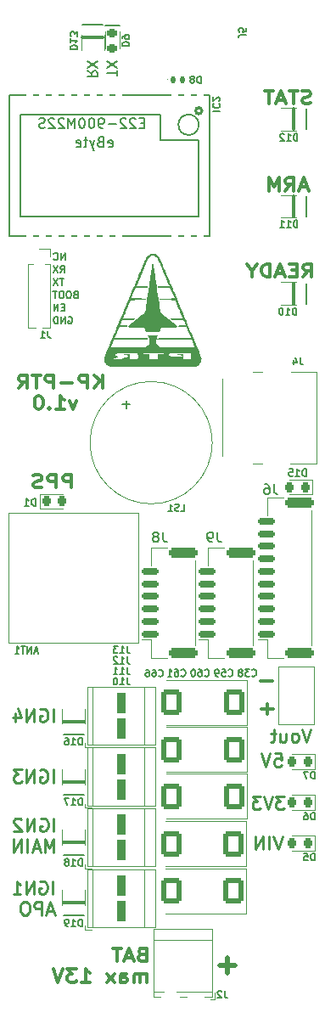
<source format=gbo>
%TF.GenerationSoftware,KiCad,Pcbnew,(6.0.1)*%
%TF.CreationDate,2022-09-22T22:33:38+02:00*%
%TF.ProjectId,kp-ptr,6b702d70-7472-42e6-9b69-6361645f7063,rev?*%
%TF.SameCoordinates,Original*%
%TF.FileFunction,Legend,Bot*%
%TF.FilePolarity,Positive*%
%FSLAX46Y46*%
G04 Gerber Fmt 4.6, Leading zero omitted, Abs format (unit mm)*
G04 Created by KiCad (PCBNEW (6.0.1)) date 2022-09-22 22:33:38*
%MOMM*%
%LPD*%
G01*
G04 APERTURE LIST*
G04 Aperture macros list*
%AMRoundRect*
0 Rectangle with rounded corners*
0 $1 Rounding radius*
0 $2 $3 $4 $5 $6 $7 $8 $9 X,Y pos of 4 corners*
0 Add a 4 corners polygon primitive as box body*
4,1,4,$2,$3,$4,$5,$6,$7,$8,$9,$2,$3,0*
0 Add four circle primitives for the rounded corners*
1,1,$1+$1,$2,$3*
1,1,$1+$1,$4,$5*
1,1,$1+$1,$6,$7*
1,1,$1+$1,$8,$9*
0 Add four rect primitives between the rounded corners*
20,1,$1+$1,$2,$3,$4,$5,0*
20,1,$1+$1,$4,$5,$6,$7,0*
20,1,$1+$1,$6,$7,$8,$9,0*
20,1,$1+$1,$8,$9,$2,$3,0*%
G04 Aperture macros list end*
%ADD10C,0.300000*%
%ADD11C,0.150000*%
%ADD12C,0.270000*%
%ADD13C,0.180000*%
%ADD14C,0.500000*%
%ADD15C,0.240000*%
%ADD16C,0.200000*%
%ADD17C,0.120000*%
%ADD18C,0.127000*%
%ADD19C,0.100000*%
%ADD20C,2.850000*%
%ADD21R,1.000000X1.000000*%
%ADD22O,1.000000X1.000000*%
%ADD23RoundRect,0.250000X0.787500X1.025000X-0.787500X1.025000X-0.787500X-1.025000X0.787500X-1.025000X0*%
%ADD24O,2.000000X2.500000*%
%ADD25O,2.000000X3.000000*%
%ADD26R,2.413000X4.572000*%
%ADD27R,0.800000X2.000000*%
%ADD28RoundRect,0.150000X0.700000X-0.150000X0.700000X0.150000X-0.700000X0.150000X-0.700000X-0.150000X0*%
%ADD29RoundRect,0.250000X1.150000X-0.250000X1.150000X0.250000X-1.150000X0.250000X-1.150000X-0.250000X0*%
%ADD30C,0.700000*%
%ADD31O,3.200000X1.300000*%
%ADD32O,2.500000X1.300000*%
%ADD33RoundRect,1.050000X0.450000X0.000000X0.450000X0.000000X-0.450000X0.000000X-0.450000X0.000000X0*%
%ADD34R,0.736600X0.609600*%
%ADD35R,1.500000X5.080000*%
%ADD36C,2.000000*%
%ADD37R,0.609600X0.736600*%
%ADD38RoundRect,0.218750X0.218750X0.256250X-0.218750X0.256250X-0.218750X-0.256250X0.218750X-0.256250X0*%
%ADD39RoundRect,0.218750X-0.256250X0.218750X-0.256250X-0.218750X0.256250X-0.218750X0.256250X0.218750X0*%
%ADD40RoundRect,0.218750X-0.218750X-0.256250X0.218750X-0.256250X0.218750X0.256250X-0.218750X0.256250X0*%
%ADD41R,2.000000X2.000000*%
%ADD42RoundRect,0.147500X-0.147500X-0.172500X0.147500X-0.172500X0.147500X0.172500X-0.147500X0.172500X0*%
%ADD43R,3.302000X2.286000*%
%ADD44R,3.302000X2.447000*%
G04 APERTURE END LIST*
D10*
X154649857Y-124946242D02*
X154435571Y-125008147D01*
X154364142Y-125070052D01*
X154292714Y-125193861D01*
X154292714Y-125379576D01*
X154364142Y-125503385D01*
X154435571Y-125565290D01*
X154578428Y-125627195D01*
X155149857Y-125627195D01*
X155149857Y-124327195D01*
X154649857Y-124327195D01*
X154507000Y-124389100D01*
X154435571Y-124451004D01*
X154364142Y-124574814D01*
X154364142Y-124698623D01*
X154435571Y-124822433D01*
X154507000Y-124884338D01*
X154649857Y-124946242D01*
X155149857Y-124946242D01*
X153721285Y-125255766D02*
X153007000Y-125255766D01*
X153864142Y-125627195D02*
X153364142Y-124327195D01*
X152864142Y-125627195D01*
X152578428Y-124327195D02*
X151721285Y-124327195D01*
X152149857Y-125627195D02*
X152149857Y-124327195D01*
X155149857Y-127720195D02*
X155149857Y-126853528D01*
X155149857Y-126977338D02*
X155078428Y-126915433D01*
X154935571Y-126853528D01*
X154721285Y-126853528D01*
X154578428Y-126915433D01*
X154507000Y-127039242D01*
X154507000Y-127720195D01*
X154507000Y-127039242D02*
X154435571Y-126915433D01*
X154292714Y-126853528D01*
X154078428Y-126853528D01*
X153935571Y-126915433D01*
X153864142Y-127039242D01*
X153864142Y-127720195D01*
X152507000Y-127720195D02*
X152507000Y-127039242D01*
X152578428Y-126915433D01*
X152721285Y-126853528D01*
X153007000Y-126853528D01*
X153149857Y-126915433D01*
X152507000Y-127658290D02*
X152649857Y-127720195D01*
X153007000Y-127720195D01*
X153149857Y-127658290D01*
X153221285Y-127534480D01*
X153221285Y-127410671D01*
X153149857Y-127286861D01*
X153007000Y-127224957D01*
X152649857Y-127224957D01*
X152507000Y-127163052D01*
X151935571Y-127720195D02*
X151149857Y-126853528D01*
X151935571Y-126853528D02*
X151149857Y-127720195D01*
X148649857Y-127720195D02*
X149507000Y-127720195D01*
X149078428Y-127720195D02*
X149078428Y-126420195D01*
X149221285Y-126605909D01*
X149364142Y-126729719D01*
X149507000Y-126791623D01*
X148149857Y-126420195D02*
X147221285Y-126420195D01*
X147721285Y-126915433D01*
X147507000Y-126915433D01*
X147364142Y-126977338D01*
X147292714Y-127039242D01*
X147221285Y-127163052D01*
X147221285Y-127472576D01*
X147292714Y-127596385D01*
X147364142Y-127658290D01*
X147507000Y-127720195D01*
X147935571Y-127720195D01*
X148078428Y-127658290D01*
X148149857Y-127596385D01*
X146792714Y-126420195D02*
X146292714Y-127720195D01*
X145792714Y-126420195D01*
X167652628Y-97679657D02*
X166509771Y-97679657D01*
D11*
X147315999Y-61372000D02*
X147382666Y-61338666D01*
X147482666Y-61338666D01*
X147582666Y-61372000D01*
X147649332Y-61438666D01*
X147682666Y-61505333D01*
X147715999Y-61638666D01*
X147715999Y-61738666D01*
X147682666Y-61872000D01*
X147649332Y-61938666D01*
X147582666Y-62005333D01*
X147482666Y-62038666D01*
X147415999Y-62038666D01*
X147315999Y-62005333D01*
X147282666Y-61972000D01*
X147282666Y-61738666D01*
X147415999Y-61738666D01*
X146982666Y-62038666D02*
X146982666Y-61338666D01*
X146582666Y-62038666D01*
X146582666Y-61338666D01*
X146249332Y-62038666D02*
X146249332Y-61338666D01*
X146082666Y-61338666D01*
X145982666Y-61372000D01*
X145915999Y-61438666D01*
X145882666Y-61505333D01*
X145849332Y-61638666D01*
X145849332Y-61738666D01*
X145882666Y-61872000D01*
X145915999Y-61938666D01*
X145982666Y-62005333D01*
X146082666Y-62038666D01*
X146249332Y-62038666D01*
X146915999Y-60402000D02*
X146682666Y-60402000D01*
X146582666Y-60768666D02*
X146915999Y-60768666D01*
X146915999Y-60068666D01*
X146582666Y-60068666D01*
X146282666Y-60768666D02*
X146282666Y-60068666D01*
X145882666Y-60768666D01*
X145882666Y-60068666D01*
D12*
X145775100Y-118921595D02*
X145775100Y-117621595D01*
X144475100Y-117683500D02*
X144598909Y-117621595D01*
X144784624Y-117621595D01*
X144970338Y-117683500D01*
X145094147Y-117807309D01*
X145156052Y-117931119D01*
X145217957Y-118178738D01*
X145217957Y-118364452D01*
X145156052Y-118612071D01*
X145094147Y-118735880D01*
X144970338Y-118859690D01*
X144784624Y-118921595D01*
X144660814Y-118921595D01*
X144475100Y-118859690D01*
X144413195Y-118797785D01*
X144413195Y-118364452D01*
X144660814Y-118364452D01*
X143856052Y-118921595D02*
X143856052Y-117621595D01*
X143113195Y-118921595D01*
X143113195Y-117621595D01*
X141813195Y-118921595D02*
X142556052Y-118921595D01*
X142184624Y-118921595D02*
X142184624Y-117621595D01*
X142308433Y-117807309D01*
X142432243Y-117931119D01*
X142556052Y-117993023D01*
X145837004Y-120643166D02*
X145217957Y-120643166D01*
X145960814Y-121014595D02*
X145527481Y-119714595D01*
X145094147Y-121014595D01*
X144660814Y-121014595D02*
X144660814Y-119714595D01*
X144165576Y-119714595D01*
X144041766Y-119776500D01*
X143979862Y-119838404D01*
X143917957Y-119962214D01*
X143917957Y-120147928D01*
X143979862Y-120271738D01*
X144041766Y-120333642D01*
X144165576Y-120395547D01*
X144660814Y-120395547D01*
X143113195Y-119714595D02*
X142865576Y-119714595D01*
X142741766Y-119776500D01*
X142617957Y-119900309D01*
X142556052Y-120147928D01*
X142556052Y-120581261D01*
X142617957Y-120828880D01*
X142741766Y-120952690D01*
X142865576Y-121014595D01*
X143113195Y-121014595D01*
X143237004Y-120952690D01*
X143360814Y-120828880D01*
X143422719Y-120581261D01*
X143422719Y-120147928D01*
X143360814Y-119900309D01*
X143237004Y-119776500D01*
X143113195Y-119714595D01*
X145837004Y-112673195D02*
X145837004Y-111373195D01*
X144537004Y-111435100D02*
X144660813Y-111373195D01*
X144846528Y-111373195D01*
X145032242Y-111435100D01*
X145156051Y-111558909D01*
X145217956Y-111682719D01*
X145279861Y-111930338D01*
X145279861Y-112116052D01*
X145217956Y-112363671D01*
X145156051Y-112487480D01*
X145032242Y-112611290D01*
X144846528Y-112673195D01*
X144722718Y-112673195D01*
X144537004Y-112611290D01*
X144475099Y-112549385D01*
X144475099Y-112116052D01*
X144722718Y-112116052D01*
X143917956Y-112673195D02*
X143917956Y-111373195D01*
X143175099Y-112673195D01*
X143175099Y-111373195D01*
X142617956Y-111497004D02*
X142556051Y-111435100D01*
X142432242Y-111373195D01*
X142122718Y-111373195D01*
X141998908Y-111435100D01*
X141937004Y-111497004D01*
X141875099Y-111620814D01*
X141875099Y-111744623D01*
X141937004Y-111930338D01*
X142679861Y-112673195D01*
X141875099Y-112673195D01*
X145837004Y-114766195D02*
X145837004Y-113466195D01*
X145403670Y-114394766D01*
X144970337Y-113466195D01*
X144970337Y-114766195D01*
X144413194Y-114394766D02*
X143794147Y-114394766D01*
X144537004Y-114766195D02*
X144103670Y-113466195D01*
X143670337Y-114766195D01*
X143237004Y-114766195D02*
X143237004Y-113466195D01*
X142617956Y-114766195D02*
X142617956Y-113466195D01*
X141875099Y-114766195D01*
X141875099Y-113466195D01*
D10*
X147602342Y-78413695D02*
X147602342Y-77113695D01*
X147030914Y-77113695D01*
X146888057Y-77175600D01*
X146816628Y-77237504D01*
X146745200Y-77361314D01*
X146745200Y-77547028D01*
X146816628Y-77670838D01*
X146888057Y-77732742D01*
X147030914Y-77794647D01*
X147602342Y-77794647D01*
X146102342Y-78413695D02*
X146102342Y-77113695D01*
X145530914Y-77113695D01*
X145388057Y-77175600D01*
X145316628Y-77237504D01*
X145245200Y-77361314D01*
X145245200Y-77547028D01*
X145316628Y-77670838D01*
X145388057Y-77732742D01*
X145530914Y-77794647D01*
X146102342Y-77794647D01*
X144673771Y-78351790D02*
X144459485Y-78413695D01*
X144102342Y-78413695D01*
X143959485Y-78351790D01*
X143888057Y-78289885D01*
X143816628Y-78166076D01*
X143816628Y-78042266D01*
X143888057Y-77918457D01*
X143959485Y-77856552D01*
X144102342Y-77794647D01*
X144388057Y-77732742D01*
X144530914Y-77670838D01*
X144602342Y-77608933D01*
X144673771Y-77485123D01*
X144673771Y-77361314D01*
X144602342Y-77237504D01*
X144530914Y-77175600D01*
X144388057Y-77113695D01*
X144030914Y-77113695D01*
X143816628Y-77175600D01*
D13*
X149204419Y-36844266D02*
X149680609Y-37177600D01*
X149204419Y-37415695D02*
X150204419Y-37415695D01*
X150204419Y-37034742D01*
X150156800Y-36939504D01*
X150109180Y-36891885D01*
X150013942Y-36844266D01*
X149871085Y-36844266D01*
X149775847Y-36891885D01*
X149728228Y-36939504D01*
X149680609Y-37034742D01*
X149680609Y-37415695D01*
X150204419Y-36510933D02*
X149204419Y-35844266D01*
X150204419Y-35844266D02*
X149204419Y-36510933D01*
D10*
X171479885Y-40048590D02*
X171265600Y-40110495D01*
X170908457Y-40110495D01*
X170765600Y-40048590D01*
X170694171Y-39986685D01*
X170622742Y-39862876D01*
X170622742Y-39739066D01*
X170694171Y-39615257D01*
X170765600Y-39553352D01*
X170908457Y-39491447D01*
X171194171Y-39429542D01*
X171337028Y-39367638D01*
X171408457Y-39305733D01*
X171479885Y-39181923D01*
X171479885Y-39058114D01*
X171408457Y-38934304D01*
X171337028Y-38872400D01*
X171194171Y-38810495D01*
X170837028Y-38810495D01*
X170622742Y-38872400D01*
X170194171Y-38810495D02*
X169337028Y-38810495D01*
X169765600Y-40110495D02*
X169765600Y-38810495D01*
X168908457Y-39739066D02*
X168194171Y-39739066D01*
X169051314Y-40110495D02*
X168551314Y-38810495D01*
X168051314Y-40110495D01*
X167765600Y-38810495D02*
X166908457Y-38810495D01*
X167337028Y-40110495D02*
X167337028Y-38810495D01*
X167754228Y-100473657D02*
X166611371Y-100473657D01*
X167182800Y-100968895D02*
X167182800Y-99978419D01*
D13*
X152185619Y-37337904D02*
X152185619Y-36766476D01*
X151185619Y-37052190D02*
X152185619Y-37052190D01*
X152185619Y-36528380D02*
X151185619Y-35861714D01*
X152185619Y-35861714D02*
X151185619Y-36528380D01*
D10*
X170740000Y-57388095D02*
X171240000Y-56769047D01*
X171597142Y-57388095D02*
X171597142Y-56088095D01*
X171025714Y-56088095D01*
X170882857Y-56150000D01*
X170811428Y-56211904D01*
X170740000Y-56335714D01*
X170740000Y-56521428D01*
X170811428Y-56645238D01*
X170882857Y-56707142D01*
X171025714Y-56769047D01*
X171597142Y-56769047D01*
X170097142Y-56707142D02*
X169597142Y-56707142D01*
X169382857Y-57388095D02*
X170097142Y-57388095D01*
X170097142Y-56088095D01*
X169382857Y-56088095D01*
X168811428Y-57016666D02*
X168097142Y-57016666D01*
X168954285Y-57388095D02*
X168454285Y-56088095D01*
X167954285Y-57388095D01*
X167454285Y-57388095D02*
X167454285Y-56088095D01*
X167097142Y-56088095D01*
X166882857Y-56150000D01*
X166740000Y-56273809D01*
X166668571Y-56397619D01*
X166597142Y-56645238D01*
X166597142Y-56830952D01*
X166668571Y-57078571D01*
X166740000Y-57202380D01*
X166882857Y-57326190D01*
X167097142Y-57388095D01*
X167454285Y-57388095D01*
X165668571Y-56769047D02*
X165668571Y-57388095D01*
X166168571Y-56088095D02*
X165668571Y-56769047D01*
X165168571Y-56088095D01*
D11*
X146515999Y-56958666D02*
X146749333Y-56625333D01*
X146915999Y-56958666D02*
X146915999Y-56258666D01*
X146649333Y-56258666D01*
X146582666Y-56292000D01*
X146549333Y-56325333D01*
X146515999Y-56392000D01*
X146515999Y-56492000D01*
X146549333Y-56558666D01*
X146582666Y-56592000D01*
X146649333Y-56625333D01*
X146915999Y-56625333D01*
X146282666Y-56258666D02*
X145815999Y-56958666D01*
X145815999Y-56258666D02*
X146282666Y-56958666D01*
D10*
X150713485Y-68477195D02*
X150713485Y-67177195D01*
X149856342Y-68477195D02*
X150499200Y-67734338D01*
X149856342Y-67177195D02*
X150713485Y-67920052D01*
X149213485Y-68477195D02*
X149213485Y-67177195D01*
X148642057Y-67177195D01*
X148499200Y-67239100D01*
X148427771Y-67301004D01*
X148356342Y-67424814D01*
X148356342Y-67610528D01*
X148427771Y-67734338D01*
X148499200Y-67796242D01*
X148642057Y-67858147D01*
X149213485Y-67858147D01*
X147713485Y-67981957D02*
X146570628Y-67981957D01*
X145856342Y-68477195D02*
X145856342Y-67177195D01*
X145284914Y-67177195D01*
X145142057Y-67239100D01*
X145070628Y-67301004D01*
X144999200Y-67424814D01*
X144999200Y-67610528D01*
X145070628Y-67734338D01*
X145142057Y-67796242D01*
X145284914Y-67858147D01*
X145856342Y-67858147D01*
X144570628Y-67177195D02*
X143713485Y-67177195D01*
X144142057Y-68477195D02*
X144142057Y-67177195D01*
X142356342Y-68477195D02*
X142856342Y-67858147D01*
X143213485Y-68477195D02*
X143213485Y-67177195D01*
X142642057Y-67177195D01*
X142499200Y-67239100D01*
X142427771Y-67301004D01*
X142356342Y-67424814D01*
X142356342Y-67610528D01*
X142427771Y-67734338D01*
X142499200Y-67796242D01*
X142642057Y-67858147D01*
X143213485Y-67858147D01*
X148142057Y-69703528D02*
X147784914Y-70570195D01*
X147427771Y-69703528D01*
X146070628Y-70570195D02*
X146927771Y-70570195D01*
X146499200Y-70570195D02*
X146499200Y-69270195D01*
X146642057Y-69455909D01*
X146784914Y-69579719D01*
X146927771Y-69641623D01*
X145427771Y-70446385D02*
X145356342Y-70508290D01*
X145427771Y-70570195D01*
X145499200Y-70508290D01*
X145427771Y-70446385D01*
X145427771Y-70570195D01*
X144427771Y-69270195D02*
X144284914Y-69270195D01*
X144142057Y-69332100D01*
X144070628Y-69394004D01*
X143999200Y-69517814D01*
X143927771Y-69765433D01*
X143927771Y-70074957D01*
X143999200Y-70322576D01*
X144070628Y-70446385D01*
X144142057Y-70508290D01*
X144284914Y-70570195D01*
X144427771Y-70570195D01*
X144570628Y-70508290D01*
X144642057Y-70446385D01*
X144713485Y-70322576D01*
X144784914Y-70074957D01*
X144784914Y-69765433D01*
X144713485Y-69517814D01*
X144642057Y-69394004D01*
X144570628Y-69332100D01*
X144427771Y-69270195D01*
D11*
X146982666Y-55688666D02*
X146982666Y-54988666D01*
X146582666Y-55688666D01*
X146582666Y-54988666D01*
X145849332Y-55622000D02*
X145882666Y-55655333D01*
X145982666Y-55688666D01*
X146049332Y-55688666D01*
X146149332Y-55655333D01*
X146215999Y-55588666D01*
X146249332Y-55522000D01*
X146282666Y-55388666D01*
X146282666Y-55288666D01*
X146249332Y-55155333D01*
X146215999Y-55088666D01*
X146149332Y-55022000D01*
X146049332Y-54988666D01*
X145982666Y-54988666D01*
X145882666Y-55022000D01*
X145849332Y-55055333D01*
X146849333Y-57528666D02*
X146449333Y-57528666D01*
X146649333Y-58228666D02*
X146649333Y-57528666D01*
X146282666Y-57528666D02*
X145816000Y-58228666D01*
X145816000Y-57528666D02*
X146282666Y-58228666D01*
D12*
X168657409Y-113181695D02*
X168224076Y-114481695D01*
X167790742Y-113181695D01*
X167357409Y-114481695D02*
X167357409Y-113181695D01*
X166738361Y-114481695D02*
X166738361Y-113181695D01*
X165995504Y-114481695D01*
X165995504Y-113181695D01*
X145815600Y-101730895D02*
X145815600Y-100430895D01*
X144515600Y-100492800D02*
X144639409Y-100430895D01*
X144825123Y-100430895D01*
X145010838Y-100492800D01*
X145134647Y-100616609D01*
X145196552Y-100740419D01*
X145258457Y-100988038D01*
X145258457Y-101173752D01*
X145196552Y-101421371D01*
X145134647Y-101545180D01*
X145010838Y-101668990D01*
X144825123Y-101730895D01*
X144701314Y-101730895D01*
X144515600Y-101668990D01*
X144453695Y-101607085D01*
X144453695Y-101173752D01*
X144701314Y-101173752D01*
X143896552Y-101730895D02*
X143896552Y-100430895D01*
X143153695Y-101730895D01*
X143153695Y-100430895D01*
X141977504Y-100864228D02*
X141977504Y-101730895D01*
X142287028Y-100368990D02*
X142596552Y-101297561D01*
X141791790Y-101297561D01*
D14*
X163210857Y-125272895D02*
X163210857Y-126796704D01*
X163972761Y-126034800D02*
X162448952Y-126034800D01*
D12*
X167887619Y-104901295D02*
X168506666Y-104901295D01*
X168568571Y-105520342D01*
X168506666Y-105458438D01*
X168382857Y-105396533D01*
X168073333Y-105396533D01*
X167949523Y-105458438D01*
X167887619Y-105520342D01*
X167825714Y-105644152D01*
X167825714Y-105953676D01*
X167887619Y-106077485D01*
X167949523Y-106139390D01*
X168073333Y-106201295D01*
X168382857Y-106201295D01*
X168506666Y-106139390D01*
X168568571Y-106077485D01*
X167454285Y-104901295D02*
X167020952Y-106201295D01*
X166587619Y-104901295D01*
D10*
X171179085Y-48425866D02*
X170464800Y-48425866D01*
X171321942Y-48797295D02*
X170821942Y-47497295D01*
X170321942Y-48797295D01*
X168964800Y-48797295D02*
X169464800Y-48178247D01*
X169821942Y-48797295D02*
X169821942Y-47497295D01*
X169250514Y-47497295D01*
X169107657Y-47559200D01*
X169036228Y-47621104D01*
X168964800Y-47744914D01*
X168964800Y-47930628D01*
X169036228Y-48054438D01*
X169107657Y-48116342D01*
X169250514Y-48178247D01*
X169821942Y-48178247D01*
X168321942Y-48797295D02*
X168321942Y-47497295D01*
X167821942Y-48425866D01*
X167321942Y-47497295D01*
X167321942Y-48797295D01*
D15*
X171500552Y-102462895D02*
X171067219Y-103762895D01*
X170633885Y-102462895D01*
X170014838Y-103762895D02*
X170138647Y-103700990D01*
X170200552Y-103639085D01*
X170262457Y-103515276D01*
X170262457Y-103143847D01*
X170200552Y-103020038D01*
X170138647Y-102958133D01*
X170014838Y-102896228D01*
X169829123Y-102896228D01*
X169705314Y-102958133D01*
X169643409Y-103020038D01*
X169581504Y-103143847D01*
X169581504Y-103515276D01*
X169643409Y-103639085D01*
X169705314Y-103700990D01*
X169829123Y-103762895D01*
X170014838Y-103762895D01*
X168467219Y-102896228D02*
X168467219Y-103762895D01*
X169024361Y-102896228D02*
X169024361Y-103577180D01*
X168962457Y-103700990D01*
X168838647Y-103762895D01*
X168652933Y-103762895D01*
X168529123Y-103700990D01*
X168467219Y-103639085D01*
X168033885Y-102896228D02*
X167538647Y-102896228D01*
X167848171Y-102462895D02*
X167848171Y-103577180D01*
X167786266Y-103700990D01*
X167662457Y-103762895D01*
X167538647Y-103762895D01*
D12*
X145815600Y-107809961D02*
X145815600Y-106509961D01*
X144515600Y-106571866D02*
X144639409Y-106509961D01*
X144825123Y-106509961D01*
X145010838Y-106571866D01*
X145134647Y-106695675D01*
X145196552Y-106819485D01*
X145258457Y-107067104D01*
X145258457Y-107252818D01*
X145196552Y-107500437D01*
X145134647Y-107624246D01*
X145010838Y-107748056D01*
X144825123Y-107809961D01*
X144701314Y-107809961D01*
X144515600Y-107748056D01*
X144453695Y-107686151D01*
X144453695Y-107252818D01*
X144701314Y-107252818D01*
X143896552Y-107809961D02*
X143896552Y-106509961D01*
X143153695Y-107809961D01*
X143153695Y-106509961D01*
X142658457Y-106509961D02*
X141853695Y-106509961D01*
X142287028Y-107005199D01*
X142101314Y-107005199D01*
X141977504Y-107067104D01*
X141915600Y-107129008D01*
X141853695Y-107252818D01*
X141853695Y-107562342D01*
X141915600Y-107686151D01*
X141977504Y-107748056D01*
X142101314Y-107809961D01*
X142472742Y-107809961D01*
X142596552Y-107748056D01*
X142658457Y-107686151D01*
D11*
X148016000Y-59132000D02*
X147916000Y-59165333D01*
X147882666Y-59198666D01*
X147849333Y-59265333D01*
X147849333Y-59365333D01*
X147882666Y-59432000D01*
X147916000Y-59465333D01*
X147982666Y-59498666D01*
X148249333Y-59498666D01*
X148249333Y-58798666D01*
X148016000Y-58798666D01*
X147949333Y-58832000D01*
X147916000Y-58865333D01*
X147882666Y-58932000D01*
X147882666Y-58998666D01*
X147916000Y-59065333D01*
X147949333Y-59098666D01*
X148016000Y-59132000D01*
X148249333Y-59132000D01*
X147416000Y-58798666D02*
X147282666Y-58798666D01*
X147216000Y-58832000D01*
X147149333Y-58898666D01*
X147116000Y-59032000D01*
X147116000Y-59265333D01*
X147149333Y-59398666D01*
X147216000Y-59465333D01*
X147282666Y-59498666D01*
X147416000Y-59498666D01*
X147482666Y-59465333D01*
X147549333Y-59398666D01*
X147582666Y-59265333D01*
X147582666Y-59032000D01*
X147549333Y-58898666D01*
X147482666Y-58832000D01*
X147416000Y-58798666D01*
X146682666Y-58798666D02*
X146549333Y-58798666D01*
X146482666Y-58832000D01*
X146416000Y-58898666D01*
X146382666Y-59032000D01*
X146382666Y-59265333D01*
X146416000Y-59398666D01*
X146482666Y-59465333D01*
X146549333Y-59498666D01*
X146682666Y-59498666D01*
X146749333Y-59465333D01*
X146816000Y-59398666D01*
X146849333Y-59265333D01*
X146849333Y-59032000D01*
X146816000Y-58898666D01*
X146749333Y-58832000D01*
X146682666Y-58798666D01*
X146182666Y-58798666D02*
X145782666Y-58798666D01*
X145982666Y-59498666D02*
X145982666Y-58798666D01*
D12*
X168843123Y-109168495D02*
X168038361Y-109168495D01*
X168471695Y-109663733D01*
X168285980Y-109663733D01*
X168162171Y-109725638D01*
X168100266Y-109787542D01*
X168038361Y-109911352D01*
X168038361Y-110220876D01*
X168100266Y-110344685D01*
X168162171Y-110406590D01*
X168285980Y-110468495D01*
X168657409Y-110468495D01*
X168781219Y-110406590D01*
X168843123Y-110344685D01*
X167666933Y-109168495D02*
X167233600Y-110468495D01*
X166800266Y-109168495D01*
X166490742Y-109168495D02*
X165685980Y-109168495D01*
X166119314Y-109663733D01*
X165933600Y-109663733D01*
X165809790Y-109725638D01*
X165747885Y-109787542D01*
X165685980Y-109911352D01*
X165685980Y-110220876D01*
X165747885Y-110344685D01*
X165809790Y-110406590D01*
X165933600Y-110468495D01*
X166305028Y-110468495D01*
X166428838Y-110406590D01*
X166490742Y-110344685D01*
D11*
%TO.C,J1*%
X145267333Y-62761066D02*
X145267333Y-63261066D01*
X145300666Y-63361066D01*
X145367333Y-63427733D01*
X145467333Y-63461066D01*
X145534000Y-63461066D01*
X144567333Y-63461066D02*
X144967333Y-63461066D01*
X144767333Y-63461066D02*
X144767333Y-62761066D01*
X144834000Y-62861066D01*
X144900666Y-62927733D01*
X144967333Y-62961066D01*
%TO.C,C38*%
X165626200Y-97151000D02*
X165659533Y-97184333D01*
X165759533Y-97217666D01*
X165826200Y-97217666D01*
X165926200Y-97184333D01*
X165992866Y-97117666D01*
X166026200Y-97051000D01*
X166059533Y-96917666D01*
X166059533Y-96817666D01*
X166026200Y-96684333D01*
X165992866Y-96617666D01*
X165926200Y-96551000D01*
X165826200Y-96517666D01*
X165759533Y-96517666D01*
X165659533Y-96551000D01*
X165626200Y-96584333D01*
X165392866Y-96517666D02*
X164959533Y-96517666D01*
X165192866Y-96784333D01*
X165092866Y-96784333D01*
X165026200Y-96817666D01*
X164992866Y-96851000D01*
X164959533Y-96917666D01*
X164959533Y-97084333D01*
X164992866Y-97151000D01*
X165026200Y-97184333D01*
X165092866Y-97217666D01*
X165292866Y-97217666D01*
X165359533Y-97184333D01*
X165392866Y-97151000D01*
X164559533Y-96817666D02*
X164626200Y-96784333D01*
X164659533Y-96751000D01*
X164692866Y-96684333D01*
X164692866Y-96651000D01*
X164659533Y-96584333D01*
X164626200Y-96551000D01*
X164559533Y-96517666D01*
X164426200Y-96517666D01*
X164359533Y-96551000D01*
X164326200Y-96584333D01*
X164292866Y-96651000D01*
X164292866Y-96684333D01*
X164326200Y-96751000D01*
X164359533Y-96784333D01*
X164426200Y-96817666D01*
X164559533Y-96817666D01*
X164626200Y-96851000D01*
X164659533Y-96884333D01*
X164692866Y-96951000D01*
X164692866Y-97084333D01*
X164659533Y-97151000D01*
X164626200Y-97184333D01*
X164559533Y-97217666D01*
X164426200Y-97217666D01*
X164359533Y-97184333D01*
X164326200Y-97151000D01*
X164292866Y-97084333D01*
X164292866Y-96951000D01*
X164326200Y-96884333D01*
X164359533Y-96851000D01*
X164426200Y-96817666D01*
%TO.C,J2*%
X162892533Y-128585466D02*
X162892533Y-129085466D01*
X162925866Y-129185466D01*
X162992533Y-129252133D01*
X163092533Y-129285466D01*
X163159200Y-129285466D01*
X162592533Y-128652133D02*
X162559200Y-128618800D01*
X162492533Y-128585466D01*
X162325866Y-128585466D01*
X162259200Y-128618800D01*
X162225866Y-128652133D01*
X162192533Y-128718800D01*
X162192533Y-128785466D01*
X162225866Y-128885466D01*
X162625866Y-129285466D01*
X162192533Y-129285466D01*
%TO.C,C59*%
X163272466Y-97151000D02*
X163305799Y-97184333D01*
X163405799Y-97217666D01*
X163472466Y-97217666D01*
X163572466Y-97184333D01*
X163639132Y-97117666D01*
X163672466Y-97051000D01*
X163705799Y-96917666D01*
X163705799Y-96817666D01*
X163672466Y-96684333D01*
X163639132Y-96617666D01*
X163572466Y-96551000D01*
X163472466Y-96517666D01*
X163405799Y-96517666D01*
X163305799Y-96551000D01*
X163272466Y-96584333D01*
X162639132Y-96517666D02*
X162972466Y-96517666D01*
X163005799Y-96851000D01*
X162972466Y-96817666D01*
X162905799Y-96784333D01*
X162739132Y-96784333D01*
X162672466Y-96817666D01*
X162639132Y-96851000D01*
X162605799Y-96917666D01*
X162605799Y-97084333D01*
X162639132Y-97151000D01*
X162672466Y-97184333D01*
X162739132Y-97217666D01*
X162905799Y-97217666D01*
X162972466Y-97184333D01*
X163005799Y-97151000D01*
X162272466Y-97217666D02*
X162139132Y-97217666D01*
X162072466Y-97184333D01*
X162039132Y-97151000D01*
X161972466Y-97051000D01*
X161939132Y-96917666D01*
X161939132Y-96651000D01*
X161972466Y-96584333D01*
X162005799Y-96551000D01*
X162072466Y-96517666D01*
X162205799Y-96517666D01*
X162272466Y-96551000D01*
X162305799Y-96584333D01*
X162339132Y-96651000D01*
X162339132Y-96817666D01*
X162305799Y-96884333D01*
X162272466Y-96917666D01*
X162205799Y-96951000D01*
X162072466Y-96951000D01*
X162005799Y-96917666D01*
X161972466Y-96884333D01*
X161939132Y-96817666D01*
%TO.C,IC2*%
X161735333Y-40840733D02*
X162435333Y-40840733D01*
X161802000Y-40107400D02*
X161768666Y-40140733D01*
X161735333Y-40240733D01*
X161735333Y-40307400D01*
X161768666Y-40407400D01*
X161835333Y-40474066D01*
X161902000Y-40507400D01*
X162035333Y-40540733D01*
X162135333Y-40540733D01*
X162268666Y-40507400D01*
X162335333Y-40474066D01*
X162402000Y-40407400D01*
X162435333Y-40307400D01*
X162435333Y-40240733D01*
X162402000Y-40140733D01*
X162368666Y-40107400D01*
X162368666Y-39840733D02*
X162402000Y-39807400D01*
X162435333Y-39740733D01*
X162435333Y-39574066D01*
X162402000Y-39507400D01*
X162368666Y-39474066D01*
X162302000Y-39440733D01*
X162235333Y-39440733D01*
X162135333Y-39474066D01*
X161735333Y-39874066D01*
X161735333Y-39440733D01*
X154871085Y-42016371D02*
X154537752Y-42016371D01*
X154394895Y-42540180D02*
X154871085Y-42540180D01*
X154871085Y-41540180D01*
X154394895Y-41540180D01*
X154013942Y-41635419D02*
X153966323Y-41587800D01*
X153871085Y-41540180D01*
X153632990Y-41540180D01*
X153537752Y-41587800D01*
X153490133Y-41635419D01*
X153442514Y-41730657D01*
X153442514Y-41825895D01*
X153490133Y-41968752D01*
X154061561Y-42540180D01*
X153442514Y-42540180D01*
X153061561Y-41635419D02*
X153013942Y-41587800D01*
X152918704Y-41540180D01*
X152680609Y-41540180D01*
X152585371Y-41587800D01*
X152537752Y-41635419D01*
X152490133Y-41730657D01*
X152490133Y-41825895D01*
X152537752Y-41968752D01*
X153109180Y-42540180D01*
X152490133Y-42540180D01*
X152061561Y-42159228D02*
X151299657Y-42159228D01*
X150775847Y-42540180D02*
X150585371Y-42540180D01*
X150490133Y-42492561D01*
X150442514Y-42444942D01*
X150347276Y-42302085D01*
X150299657Y-42111609D01*
X150299657Y-41730657D01*
X150347276Y-41635419D01*
X150394895Y-41587800D01*
X150490133Y-41540180D01*
X150680609Y-41540180D01*
X150775847Y-41587800D01*
X150823466Y-41635419D01*
X150871085Y-41730657D01*
X150871085Y-41968752D01*
X150823466Y-42063990D01*
X150775847Y-42111609D01*
X150680609Y-42159228D01*
X150490133Y-42159228D01*
X150394895Y-42111609D01*
X150347276Y-42063990D01*
X150299657Y-41968752D01*
X149680609Y-41540180D02*
X149585371Y-41540180D01*
X149490133Y-41587800D01*
X149442514Y-41635419D01*
X149394895Y-41730657D01*
X149347276Y-41921133D01*
X149347276Y-42159228D01*
X149394895Y-42349704D01*
X149442514Y-42444942D01*
X149490133Y-42492561D01*
X149585371Y-42540180D01*
X149680609Y-42540180D01*
X149775847Y-42492561D01*
X149823466Y-42444942D01*
X149871085Y-42349704D01*
X149918704Y-42159228D01*
X149918704Y-41921133D01*
X149871085Y-41730657D01*
X149823466Y-41635419D01*
X149775847Y-41587800D01*
X149680609Y-41540180D01*
X148728228Y-41540180D02*
X148632990Y-41540180D01*
X148537752Y-41587800D01*
X148490133Y-41635419D01*
X148442514Y-41730657D01*
X148394895Y-41921133D01*
X148394895Y-42159228D01*
X148442514Y-42349704D01*
X148490133Y-42444942D01*
X148537752Y-42492561D01*
X148632990Y-42540180D01*
X148728228Y-42540180D01*
X148823466Y-42492561D01*
X148871085Y-42444942D01*
X148918704Y-42349704D01*
X148966323Y-42159228D01*
X148966323Y-41921133D01*
X148918704Y-41730657D01*
X148871085Y-41635419D01*
X148823466Y-41587800D01*
X148728228Y-41540180D01*
X147966323Y-42540180D02*
X147966323Y-41540180D01*
X147632990Y-42254466D01*
X147299657Y-41540180D01*
X147299657Y-42540180D01*
X146871085Y-41635419D02*
X146823466Y-41587800D01*
X146728228Y-41540180D01*
X146490133Y-41540180D01*
X146394895Y-41587800D01*
X146347276Y-41635419D01*
X146299657Y-41730657D01*
X146299657Y-41825895D01*
X146347276Y-41968752D01*
X146918704Y-42540180D01*
X146299657Y-42540180D01*
X145918704Y-41635419D02*
X145871085Y-41587800D01*
X145775847Y-41540180D01*
X145537752Y-41540180D01*
X145442514Y-41587800D01*
X145394895Y-41635419D01*
X145347276Y-41730657D01*
X145347276Y-41825895D01*
X145394895Y-41968752D01*
X145966323Y-42540180D01*
X145347276Y-42540180D01*
X144966323Y-42492561D02*
X144823466Y-42540180D01*
X144585371Y-42540180D01*
X144490133Y-42492561D01*
X144442514Y-42444942D01*
X144394895Y-42349704D01*
X144394895Y-42254466D01*
X144442514Y-42159228D01*
X144490133Y-42111609D01*
X144585371Y-42063990D01*
X144775847Y-42016371D01*
X144871085Y-41968752D01*
X144918704Y-41921133D01*
X144966323Y-41825895D01*
X144966323Y-41730657D01*
X144918704Y-41635419D01*
X144871085Y-41587800D01*
X144775847Y-41540180D01*
X144537752Y-41540180D01*
X144394895Y-41587800D01*
X151315561Y-44397561D02*
X151410800Y-44445180D01*
X151601276Y-44445180D01*
X151696514Y-44397561D01*
X151744133Y-44302323D01*
X151744133Y-43921371D01*
X151696514Y-43826133D01*
X151601276Y-43778514D01*
X151410800Y-43778514D01*
X151315561Y-43826133D01*
X151267942Y-43921371D01*
X151267942Y-44016609D01*
X151744133Y-44111847D01*
X150506038Y-43921371D02*
X150363180Y-43968990D01*
X150315561Y-44016609D01*
X150267942Y-44111847D01*
X150267942Y-44254704D01*
X150315561Y-44349942D01*
X150363180Y-44397561D01*
X150458419Y-44445180D01*
X150839371Y-44445180D01*
X150839371Y-43445180D01*
X150506038Y-43445180D01*
X150410800Y-43492800D01*
X150363180Y-43540419D01*
X150315561Y-43635657D01*
X150315561Y-43730895D01*
X150363180Y-43826133D01*
X150410800Y-43873752D01*
X150506038Y-43921371D01*
X150839371Y-43921371D01*
X149934609Y-43778514D02*
X149696514Y-44445180D01*
X149458419Y-43778514D02*
X149696514Y-44445180D01*
X149791752Y-44683276D01*
X149839371Y-44730895D01*
X149934609Y-44778514D01*
X149220323Y-43778514D02*
X148839371Y-43778514D01*
X149077466Y-43445180D02*
X149077466Y-44302323D01*
X149029847Y-44397561D01*
X148934609Y-44445180D01*
X148839371Y-44445180D01*
X148125085Y-44397561D02*
X148220323Y-44445180D01*
X148410800Y-44445180D01*
X148506038Y-44397561D01*
X148553657Y-44302323D01*
X148553657Y-43921371D01*
X148506038Y-43826133D01*
X148410800Y-43778514D01*
X148220323Y-43778514D01*
X148125085Y-43826133D01*
X148077466Y-43921371D01*
X148077466Y-44016609D01*
X148553657Y-44111847D01*
D16*
%TO.C,J6*%
X167833333Y-78052380D02*
X167833333Y-78766666D01*
X167880952Y-78909523D01*
X167976190Y-79004761D01*
X168119047Y-79052380D01*
X168214285Y-79052380D01*
X166928571Y-78052380D02*
X167119047Y-78052380D01*
X167214285Y-78100000D01*
X167261904Y-78147619D01*
X167357142Y-78290476D01*
X167404761Y-78480952D01*
X167404761Y-78861904D01*
X167357142Y-78957142D01*
X167309523Y-79004761D01*
X167214285Y-79052380D01*
X167023809Y-79052380D01*
X166928571Y-79004761D01*
X166880952Y-78957142D01*
X166833333Y-78861904D01*
X166833333Y-78623809D01*
X166880952Y-78528571D01*
X166928571Y-78480952D01*
X167023809Y-78433333D01*
X167214285Y-78433333D01*
X167309523Y-78480952D01*
X167357142Y-78528571D01*
X167404761Y-78623809D01*
D11*
%TO.C,C66*%
X156329800Y-97176400D02*
X156363133Y-97209733D01*
X156463133Y-97243066D01*
X156529800Y-97243066D01*
X156629800Y-97209733D01*
X156696466Y-97143066D01*
X156729800Y-97076400D01*
X156763133Y-96943066D01*
X156763133Y-96843066D01*
X156729800Y-96709733D01*
X156696466Y-96643066D01*
X156629800Y-96576400D01*
X156529800Y-96543066D01*
X156463133Y-96543066D01*
X156363133Y-96576400D01*
X156329800Y-96609733D01*
X155729800Y-96543066D02*
X155863133Y-96543066D01*
X155929800Y-96576400D01*
X155963133Y-96609733D01*
X156029800Y-96709733D01*
X156063133Y-96843066D01*
X156063133Y-97109733D01*
X156029800Y-97176400D01*
X155996466Y-97209733D01*
X155929800Y-97243066D01*
X155796466Y-97243066D01*
X155729800Y-97209733D01*
X155696466Y-97176400D01*
X155663133Y-97109733D01*
X155663133Y-96943066D01*
X155696466Y-96876400D01*
X155729800Y-96843066D01*
X155796466Y-96809733D01*
X155929800Y-96809733D01*
X155996466Y-96843066D01*
X156029800Y-96876400D01*
X156063133Y-96943066D01*
X155063133Y-96543066D02*
X155196466Y-96543066D01*
X155263133Y-96576400D01*
X155296466Y-96609733D01*
X155363133Y-96709733D01*
X155396466Y-96843066D01*
X155396466Y-97109733D01*
X155363133Y-97176400D01*
X155329800Y-97209733D01*
X155263133Y-97243066D01*
X155129800Y-97243066D01*
X155063133Y-97209733D01*
X155029800Y-97176400D01*
X154996466Y-97109733D01*
X154996466Y-96943066D01*
X155029800Y-96876400D01*
X155063133Y-96843066D01*
X155129800Y-96809733D01*
X155263133Y-96809733D01*
X155329800Y-96843066D01*
X155363133Y-96876400D01*
X155396466Y-96943066D01*
%TO.C,J4*%
X170438733Y-65428066D02*
X170438733Y-65928066D01*
X170472066Y-66028066D01*
X170538733Y-66094733D01*
X170638733Y-66128066D01*
X170705400Y-66128066D01*
X169805400Y-65661400D02*
X169805400Y-66128066D01*
X169972066Y-65394733D02*
X170138733Y-65894733D01*
X169705400Y-65894733D01*
%TO.C,J12*%
X153169866Y-95256132D02*
X153169866Y-95756132D01*
X153203200Y-95856132D01*
X153269866Y-95922799D01*
X153369866Y-95956132D01*
X153436533Y-95956132D01*
X152469866Y-95956132D02*
X152869866Y-95956132D01*
X152669866Y-95956132D02*
X152669866Y-95256132D01*
X152736533Y-95356132D01*
X152803200Y-95422799D01*
X152869866Y-95456132D01*
X152203200Y-95322799D02*
X152169866Y-95289466D01*
X152103200Y-95256132D01*
X151936533Y-95256132D01*
X151869866Y-95289466D01*
X151836533Y-95322799D01*
X151803200Y-95389466D01*
X151803200Y-95456132D01*
X151836533Y-95556132D01*
X152236533Y-95956132D01*
X151803200Y-95956132D01*
%TO.C,D12*%
X170166400Y-43801466D02*
X170166400Y-43101466D01*
X169999733Y-43101466D01*
X169899733Y-43134800D01*
X169833066Y-43201466D01*
X169799733Y-43268133D01*
X169766400Y-43401466D01*
X169766400Y-43501466D01*
X169799733Y-43634800D01*
X169833066Y-43701466D01*
X169899733Y-43768133D01*
X169999733Y-43801466D01*
X170166400Y-43801466D01*
X169099733Y-43801466D02*
X169499733Y-43801466D01*
X169299733Y-43801466D02*
X169299733Y-43101466D01*
X169366400Y-43201466D01*
X169433066Y-43268133D01*
X169499733Y-43301466D01*
X168833066Y-43168133D02*
X168799733Y-43134800D01*
X168733066Y-43101466D01*
X168566400Y-43101466D01*
X168499733Y-43134800D01*
X168466400Y-43168133D01*
X168433066Y-43234800D01*
X168433066Y-43301466D01*
X168466400Y-43401466D01*
X168866400Y-43801466D01*
X168433066Y-43801466D01*
%TO.C,J5*%
X165026133Y-33253333D02*
X164526133Y-33253333D01*
X164426133Y-33286666D01*
X164359466Y-33353333D01*
X164326133Y-33453333D01*
X164326133Y-33520000D01*
X165026133Y-32586666D02*
X165026133Y-32920000D01*
X164692800Y-32953333D01*
X164726133Y-32920000D01*
X164759466Y-32853333D01*
X164759466Y-32686666D01*
X164726133Y-32620000D01*
X164692800Y-32586666D01*
X164626133Y-32553333D01*
X164459466Y-32553333D01*
X164392800Y-32586666D01*
X164359466Y-32620000D01*
X164326133Y-32686666D01*
X164326133Y-32853333D01*
X164359466Y-32920000D01*
X164392800Y-32953333D01*
%TO.C,C60*%
X160918733Y-97151000D02*
X160952066Y-97184333D01*
X161052066Y-97217666D01*
X161118733Y-97217666D01*
X161218733Y-97184333D01*
X161285399Y-97117666D01*
X161318733Y-97051000D01*
X161352066Y-96917666D01*
X161352066Y-96817666D01*
X161318733Y-96684333D01*
X161285399Y-96617666D01*
X161218733Y-96551000D01*
X161118733Y-96517666D01*
X161052066Y-96517666D01*
X160952066Y-96551000D01*
X160918733Y-96584333D01*
X160318733Y-96517666D02*
X160452066Y-96517666D01*
X160518733Y-96551000D01*
X160552066Y-96584333D01*
X160618733Y-96684333D01*
X160652066Y-96817666D01*
X160652066Y-97084333D01*
X160618733Y-97151000D01*
X160585399Y-97184333D01*
X160518733Y-97217666D01*
X160385399Y-97217666D01*
X160318733Y-97184333D01*
X160285399Y-97151000D01*
X160252066Y-97084333D01*
X160252066Y-96917666D01*
X160285399Y-96851000D01*
X160318733Y-96817666D01*
X160385399Y-96784333D01*
X160518733Y-96784333D01*
X160585399Y-96817666D01*
X160618733Y-96851000D01*
X160652066Y-96917666D01*
X159818733Y-96517666D02*
X159752066Y-96517666D01*
X159685399Y-96551000D01*
X159652066Y-96584333D01*
X159618733Y-96651000D01*
X159585399Y-96784333D01*
X159585399Y-96951000D01*
X159618733Y-97084333D01*
X159652066Y-97151000D01*
X159685399Y-97184333D01*
X159752066Y-97217666D01*
X159818733Y-97217666D01*
X159885399Y-97184333D01*
X159918733Y-97151000D01*
X159952066Y-97084333D01*
X159985399Y-96951000D01*
X159985399Y-96784333D01*
X159952066Y-96651000D01*
X159918733Y-96584333D01*
X159885399Y-96551000D01*
X159818733Y-96517666D01*
%TO.C,ANT1*%
X144262333Y-94731666D02*
X143929000Y-94731666D01*
X144329000Y-94931666D02*
X144095666Y-94231666D01*
X143862333Y-94931666D01*
X143629000Y-94931666D02*
X143629000Y-94231666D01*
X143229000Y-94931666D01*
X143229000Y-94231666D01*
X142995666Y-94231666D02*
X142595666Y-94231666D01*
X142795666Y-94931666D02*
X142795666Y-94231666D01*
X141995666Y-94931666D02*
X142395666Y-94931666D01*
X142195666Y-94931666D02*
X142195666Y-94231666D01*
X142262333Y-94331666D01*
X142329000Y-94398333D01*
X142395666Y-94431666D01*
%TO.C,D13*%
X147511333Y-34682800D02*
X148211333Y-34682800D01*
X148211333Y-34516133D01*
X148178000Y-34416133D01*
X148111333Y-34349466D01*
X148044666Y-34316133D01*
X147911333Y-34282800D01*
X147811333Y-34282800D01*
X147678000Y-34316133D01*
X147611333Y-34349466D01*
X147544666Y-34416133D01*
X147511333Y-34516133D01*
X147511333Y-34682800D01*
X147511333Y-33616133D02*
X147511333Y-34016133D01*
X147511333Y-33816133D02*
X148211333Y-33816133D01*
X148111333Y-33882800D01*
X148044666Y-33949466D01*
X148011333Y-34016133D01*
X148211333Y-33382800D02*
X148211333Y-32949466D01*
X147944666Y-33182800D01*
X147944666Y-33082800D01*
X147911333Y-33016133D01*
X147878000Y-32982800D01*
X147811333Y-32949466D01*
X147644666Y-32949466D01*
X147578000Y-32982800D01*
X147544666Y-33016133D01*
X147511333Y-33082800D01*
X147511333Y-33282800D01*
X147544666Y-33349466D01*
X147578000Y-33382800D01*
D16*
%TO.C,J9*%
X162193333Y-82832380D02*
X162193333Y-83546666D01*
X162240952Y-83689523D01*
X162336190Y-83784761D01*
X162479047Y-83832380D01*
X162574285Y-83832380D01*
X161669523Y-83832380D02*
X161479047Y-83832380D01*
X161383809Y-83784761D01*
X161336190Y-83737142D01*
X161240952Y-83594285D01*
X161193333Y-83403809D01*
X161193333Y-83022857D01*
X161240952Y-82927619D01*
X161288571Y-82880000D01*
X161383809Y-82832380D01*
X161574285Y-82832380D01*
X161669523Y-82880000D01*
X161717142Y-82927619D01*
X161764761Y-83022857D01*
X161764761Y-83260952D01*
X161717142Y-83356190D01*
X161669523Y-83403809D01*
X161574285Y-83451428D01*
X161383809Y-83451428D01*
X161288571Y-83403809D01*
X161240952Y-83356190D01*
X161193333Y-83260952D01*
D11*
%TO.C,J11*%
X153169866Y-96305998D02*
X153169866Y-96805998D01*
X153203200Y-96905998D01*
X153269866Y-96972665D01*
X153369866Y-97005998D01*
X153436533Y-97005998D01*
X152469866Y-97005998D02*
X152869866Y-97005998D01*
X152669866Y-97005998D02*
X152669866Y-96305998D01*
X152736533Y-96405998D01*
X152803200Y-96472665D01*
X152869866Y-96505998D01*
X151803200Y-97005998D02*
X152203200Y-97005998D01*
X152003200Y-97005998D02*
X152003200Y-96305998D01*
X152069866Y-96405998D01*
X152136533Y-96472665D01*
X152203200Y-96505998D01*
%TO.C,D7*%
X171865066Y-107403066D02*
X171865066Y-106703066D01*
X171698400Y-106703066D01*
X171598400Y-106736400D01*
X171531733Y-106803066D01*
X171498400Y-106869733D01*
X171465066Y-107003066D01*
X171465066Y-107103066D01*
X171498400Y-107236400D01*
X171531733Y-107303066D01*
X171598400Y-107369733D01*
X171698400Y-107403066D01*
X171865066Y-107403066D01*
X171231733Y-106703066D02*
X170765066Y-106703066D01*
X171065066Y-107403066D01*
%TO.C,D9*%
X152692933Y-34349466D02*
X153392933Y-34349466D01*
X153392933Y-34182800D01*
X153359600Y-34082800D01*
X153292933Y-34016133D01*
X153226266Y-33982800D01*
X153092933Y-33949466D01*
X152992933Y-33949466D01*
X152859600Y-33982800D01*
X152792933Y-34016133D01*
X152726266Y-34082800D01*
X152692933Y-34182800D01*
X152692933Y-34349466D01*
X152692933Y-33616133D02*
X152692933Y-33482800D01*
X152726266Y-33416133D01*
X152759600Y-33382800D01*
X152859600Y-33316133D01*
X152992933Y-33282800D01*
X153259600Y-33282800D01*
X153326266Y-33316133D01*
X153359600Y-33349466D01*
X153392933Y-33416133D01*
X153392933Y-33549466D01*
X153359600Y-33616133D01*
X153326266Y-33649466D01*
X153259600Y-33682800D01*
X153092933Y-33682800D01*
X153026266Y-33649466D01*
X152992933Y-33616133D01*
X152959600Y-33549466D01*
X152959600Y-33416133D01*
X152992933Y-33349466D01*
X153026266Y-33316133D01*
X153092933Y-33282800D01*
%TO.C,D1*%
X144026666Y-80199666D02*
X144026666Y-79499666D01*
X143860000Y-79499666D01*
X143760000Y-79533000D01*
X143693333Y-79599666D01*
X143660000Y-79666333D01*
X143626666Y-79799666D01*
X143626666Y-79899666D01*
X143660000Y-80033000D01*
X143693333Y-80099666D01*
X143760000Y-80166333D01*
X143860000Y-80199666D01*
X144026666Y-80199666D01*
X142960000Y-80199666D02*
X143360000Y-80199666D01*
X143160000Y-80199666D02*
X143160000Y-79499666D01*
X143226666Y-79599666D01*
X143293333Y-79666333D01*
X143360000Y-79699666D01*
%TO.C,LS1*%
X158539600Y-80733066D02*
X158872933Y-80733066D01*
X158872933Y-80033066D01*
X158339600Y-80699733D02*
X158239600Y-80733066D01*
X158072933Y-80733066D01*
X158006266Y-80699733D01*
X157972933Y-80666400D01*
X157939600Y-80599733D01*
X157939600Y-80533066D01*
X157972933Y-80466400D01*
X158006266Y-80433066D01*
X158072933Y-80399733D01*
X158206266Y-80366400D01*
X158272933Y-80333066D01*
X158306266Y-80299733D01*
X158339600Y-80233066D01*
X158339600Y-80166400D01*
X158306266Y-80099733D01*
X158272933Y-80066400D01*
X158206266Y-80033066D01*
X158039600Y-80033066D01*
X157939600Y-80066400D01*
X157272933Y-80733066D02*
X157672933Y-80733066D01*
X157472933Y-80733066D02*
X157472933Y-80033066D01*
X157539600Y-80133066D01*
X157606266Y-80199733D01*
X157672933Y-80233066D01*
X153106428Y-69723047D02*
X153106428Y-70484952D01*
X153487380Y-70104000D02*
X152725476Y-70104000D01*
%TO.C,D17*%
X148678000Y-110078532D02*
X148678000Y-109378532D01*
X148511333Y-109378532D01*
X148411333Y-109411866D01*
X148344666Y-109478532D01*
X148311333Y-109545199D01*
X148278000Y-109678532D01*
X148278000Y-109778532D01*
X148311333Y-109911866D01*
X148344666Y-109978532D01*
X148411333Y-110045199D01*
X148511333Y-110078532D01*
X148678000Y-110078532D01*
X147611333Y-110078532D02*
X148011333Y-110078532D01*
X147811333Y-110078532D02*
X147811333Y-109378532D01*
X147878000Y-109478532D01*
X147944666Y-109545199D01*
X148011333Y-109578532D01*
X147378000Y-109378532D02*
X146911333Y-109378532D01*
X147211333Y-110078532D01*
%TO.C,D16*%
X148678000Y-104050266D02*
X148678000Y-103350266D01*
X148511333Y-103350266D01*
X148411333Y-103383600D01*
X148344666Y-103450266D01*
X148311333Y-103516933D01*
X148278000Y-103650266D01*
X148278000Y-103750266D01*
X148311333Y-103883600D01*
X148344666Y-103950266D01*
X148411333Y-104016933D01*
X148511333Y-104050266D01*
X148678000Y-104050266D01*
X147611333Y-104050266D02*
X148011333Y-104050266D01*
X147811333Y-104050266D02*
X147811333Y-103350266D01*
X147878000Y-103450266D01*
X147944666Y-103516933D01*
X148011333Y-103550266D01*
X147011333Y-103350266D02*
X147144666Y-103350266D01*
X147211333Y-103383600D01*
X147244666Y-103416933D01*
X147311333Y-103516933D01*
X147344666Y-103650266D01*
X147344666Y-103916933D01*
X147311333Y-103983600D01*
X147278000Y-104016933D01*
X147211333Y-104050266D01*
X147078000Y-104050266D01*
X147011333Y-104016933D01*
X146978000Y-103983600D01*
X146944666Y-103916933D01*
X146944666Y-103750266D01*
X146978000Y-103683600D01*
X147011333Y-103650266D01*
X147078000Y-103616933D01*
X147211333Y-103616933D01*
X147278000Y-103650266D01*
X147311333Y-103683600D01*
X147344666Y-103750266D01*
D16*
%TO.C,J8*%
X156753333Y-82832380D02*
X156753333Y-83546666D01*
X156800952Y-83689523D01*
X156896190Y-83784761D01*
X157039047Y-83832380D01*
X157134285Y-83832380D01*
X156134285Y-83260952D02*
X156229523Y-83213333D01*
X156277142Y-83165714D01*
X156324761Y-83070476D01*
X156324761Y-83022857D01*
X156277142Y-82927619D01*
X156229523Y-82880000D01*
X156134285Y-82832380D01*
X155943809Y-82832380D01*
X155848571Y-82880000D01*
X155800952Y-82927619D01*
X155753333Y-83022857D01*
X155753333Y-83070476D01*
X155800952Y-83165714D01*
X155848571Y-83213333D01*
X155943809Y-83260952D01*
X156134285Y-83260952D01*
X156229523Y-83308571D01*
X156277142Y-83356190D01*
X156324761Y-83451428D01*
X156324761Y-83641904D01*
X156277142Y-83737142D01*
X156229523Y-83784761D01*
X156134285Y-83832380D01*
X155943809Y-83832380D01*
X155848571Y-83784761D01*
X155800952Y-83737142D01*
X155753333Y-83641904D01*
X155753333Y-83451428D01*
X155800952Y-83356190D01*
X155848571Y-83308571D01*
X155943809Y-83260952D01*
D11*
%TO.C,J13*%
X153169866Y-94206266D02*
X153169866Y-94706266D01*
X153203200Y-94806266D01*
X153269866Y-94872933D01*
X153369866Y-94906266D01*
X153436533Y-94906266D01*
X152469866Y-94906266D02*
X152869866Y-94906266D01*
X152669866Y-94906266D02*
X152669866Y-94206266D01*
X152736533Y-94306266D01*
X152803200Y-94372933D01*
X152869866Y-94406266D01*
X152236533Y-94206266D02*
X151803200Y-94206266D01*
X152036533Y-94472933D01*
X151936533Y-94472933D01*
X151869866Y-94506266D01*
X151836533Y-94539600D01*
X151803200Y-94606266D01*
X151803200Y-94772933D01*
X151836533Y-94839600D01*
X151869866Y-94872933D01*
X151936533Y-94906266D01*
X152136533Y-94906266D01*
X152203200Y-94872933D01*
X152236533Y-94839600D01*
%TO.C,C61*%
X158565000Y-97151000D02*
X158598333Y-97184333D01*
X158698333Y-97217666D01*
X158765000Y-97217666D01*
X158865000Y-97184333D01*
X158931666Y-97117666D01*
X158965000Y-97051000D01*
X158998333Y-96917666D01*
X158998333Y-96817666D01*
X158965000Y-96684333D01*
X158931666Y-96617666D01*
X158865000Y-96551000D01*
X158765000Y-96517666D01*
X158698333Y-96517666D01*
X158598333Y-96551000D01*
X158565000Y-96584333D01*
X157965000Y-96517666D02*
X158098333Y-96517666D01*
X158165000Y-96551000D01*
X158198333Y-96584333D01*
X158265000Y-96684333D01*
X158298333Y-96817666D01*
X158298333Y-97084333D01*
X158265000Y-97151000D01*
X158231666Y-97184333D01*
X158165000Y-97217666D01*
X158031666Y-97217666D01*
X157965000Y-97184333D01*
X157931666Y-97151000D01*
X157898333Y-97084333D01*
X157898333Y-96917666D01*
X157931666Y-96851000D01*
X157965000Y-96817666D01*
X158031666Y-96784333D01*
X158165000Y-96784333D01*
X158231666Y-96817666D01*
X158265000Y-96851000D01*
X158298333Y-96917666D01*
X157231666Y-97217666D02*
X157631666Y-97217666D01*
X157431666Y-97217666D02*
X157431666Y-96517666D01*
X157498333Y-96617666D01*
X157565000Y-96684333D01*
X157631666Y-96717666D01*
%TO.C,D8*%
X160536666Y-38061066D02*
X160536666Y-37361066D01*
X160370000Y-37361066D01*
X160270000Y-37394400D01*
X160203333Y-37461066D01*
X160170000Y-37527733D01*
X160136666Y-37661066D01*
X160136666Y-37761066D01*
X160170000Y-37894400D01*
X160203333Y-37961066D01*
X160270000Y-38027733D01*
X160370000Y-38061066D01*
X160536666Y-38061066D01*
X159736666Y-37661066D02*
X159803333Y-37627733D01*
X159836666Y-37594400D01*
X159870000Y-37527733D01*
X159870000Y-37494400D01*
X159836666Y-37427733D01*
X159803333Y-37394400D01*
X159736666Y-37361066D01*
X159603333Y-37361066D01*
X159536666Y-37394400D01*
X159503333Y-37427733D01*
X159470000Y-37494400D01*
X159470000Y-37527733D01*
X159503333Y-37594400D01*
X159536666Y-37627733D01*
X159603333Y-37661066D01*
X159736666Y-37661066D01*
X159803333Y-37694400D01*
X159836666Y-37727733D01*
X159870000Y-37794400D01*
X159870000Y-37927733D01*
X159836666Y-37994400D01*
X159803333Y-38027733D01*
X159736666Y-38061066D01*
X159603333Y-38061066D01*
X159536666Y-38027733D01*
X159503333Y-37994400D01*
X159470000Y-37927733D01*
X159470000Y-37794400D01*
X159503333Y-37727733D01*
X159536666Y-37694400D01*
X159603333Y-37661066D01*
%TO.C,D10*%
X170064800Y-61175066D02*
X170064800Y-60475066D01*
X169898133Y-60475066D01*
X169798133Y-60508400D01*
X169731466Y-60575066D01*
X169698133Y-60641733D01*
X169664800Y-60775066D01*
X169664800Y-60875066D01*
X169698133Y-61008400D01*
X169731466Y-61075066D01*
X169798133Y-61141733D01*
X169898133Y-61175066D01*
X170064800Y-61175066D01*
X168998133Y-61175066D02*
X169398133Y-61175066D01*
X169198133Y-61175066D02*
X169198133Y-60475066D01*
X169264800Y-60575066D01*
X169331466Y-60641733D01*
X169398133Y-60675066D01*
X168564800Y-60475066D02*
X168498133Y-60475066D01*
X168431466Y-60508400D01*
X168398133Y-60541733D01*
X168364800Y-60608400D01*
X168331466Y-60741733D01*
X168331466Y-60908400D01*
X168364800Y-61041733D01*
X168398133Y-61108400D01*
X168431466Y-61141733D01*
X168498133Y-61175066D01*
X168564800Y-61175066D01*
X168631466Y-61141733D01*
X168664800Y-61108400D01*
X168698133Y-61041733D01*
X168731466Y-60908400D01*
X168731466Y-60741733D01*
X168698133Y-60608400D01*
X168664800Y-60541733D01*
X168631466Y-60508400D01*
X168564800Y-60475066D01*
%TO.C,J10*%
X153169866Y-97355864D02*
X153169866Y-97855864D01*
X153203200Y-97955864D01*
X153269866Y-98022531D01*
X153369866Y-98055864D01*
X153436533Y-98055864D01*
X152469866Y-98055864D02*
X152869866Y-98055864D01*
X152669866Y-98055864D02*
X152669866Y-97355864D01*
X152736533Y-97455864D01*
X152803200Y-97522531D01*
X152869866Y-97555864D01*
X152036533Y-97355864D02*
X151969866Y-97355864D01*
X151903200Y-97389198D01*
X151869866Y-97422531D01*
X151836533Y-97489198D01*
X151803200Y-97622531D01*
X151803200Y-97789198D01*
X151836533Y-97922531D01*
X151869866Y-97989198D01*
X151903200Y-98022531D01*
X151969866Y-98055864D01*
X152036533Y-98055864D01*
X152103200Y-98022531D01*
X152136533Y-97989198D01*
X152169866Y-97922531D01*
X152203200Y-97789198D01*
X152203200Y-97622531D01*
X152169866Y-97489198D01*
X152136533Y-97422531D01*
X152103200Y-97389198D01*
X152036533Y-97355864D01*
%TO.C,D18*%
X148678000Y-116106798D02*
X148678000Y-115406798D01*
X148511333Y-115406798D01*
X148411333Y-115440132D01*
X148344666Y-115506798D01*
X148311333Y-115573465D01*
X148278000Y-115706798D01*
X148278000Y-115806798D01*
X148311333Y-115940132D01*
X148344666Y-116006798D01*
X148411333Y-116073465D01*
X148511333Y-116106798D01*
X148678000Y-116106798D01*
X147611333Y-116106798D02*
X148011333Y-116106798D01*
X147811333Y-116106798D02*
X147811333Y-115406798D01*
X147878000Y-115506798D01*
X147944666Y-115573465D01*
X148011333Y-115606798D01*
X147211333Y-115706798D02*
X147278000Y-115673465D01*
X147311333Y-115640132D01*
X147344666Y-115573465D01*
X147344666Y-115540132D01*
X147311333Y-115473465D01*
X147278000Y-115440132D01*
X147211333Y-115406798D01*
X147078000Y-115406798D01*
X147011333Y-115440132D01*
X146978000Y-115473465D01*
X146944666Y-115540132D01*
X146944666Y-115573465D01*
X146978000Y-115640132D01*
X147011333Y-115673465D01*
X147078000Y-115706798D01*
X147211333Y-115706798D01*
X147278000Y-115740132D01*
X147311333Y-115773465D01*
X147344666Y-115840132D01*
X147344666Y-115973465D01*
X147311333Y-116040132D01*
X147278000Y-116073465D01*
X147211333Y-116106798D01*
X147078000Y-116106798D01*
X147011333Y-116073465D01*
X146978000Y-116040132D01*
X146944666Y-115973465D01*
X146944666Y-115840132D01*
X146978000Y-115773465D01*
X147011333Y-115740132D01*
X147078000Y-115706798D01*
%TO.C,D11*%
X170166400Y-52437466D02*
X170166400Y-51737466D01*
X169999733Y-51737466D01*
X169899733Y-51770800D01*
X169833066Y-51837466D01*
X169799733Y-51904133D01*
X169766400Y-52037466D01*
X169766400Y-52137466D01*
X169799733Y-52270800D01*
X169833066Y-52337466D01*
X169899733Y-52404133D01*
X169999733Y-52437466D01*
X170166400Y-52437466D01*
X169099733Y-52437466D02*
X169499733Y-52437466D01*
X169299733Y-52437466D02*
X169299733Y-51737466D01*
X169366400Y-51837466D01*
X169433066Y-51904133D01*
X169499733Y-51937466D01*
X168433066Y-52437466D02*
X168833066Y-52437466D01*
X168633066Y-52437466D02*
X168633066Y-51737466D01*
X168699733Y-51837466D01*
X168766400Y-51904133D01*
X168833066Y-51937466D01*
%TO.C,D5*%
X171865066Y-115581866D02*
X171865066Y-114881866D01*
X171698400Y-114881866D01*
X171598400Y-114915200D01*
X171531733Y-114981866D01*
X171498400Y-115048533D01*
X171465066Y-115181866D01*
X171465066Y-115281866D01*
X171498400Y-115415200D01*
X171531733Y-115481866D01*
X171598400Y-115548533D01*
X171698400Y-115581866D01*
X171865066Y-115581866D01*
X170831733Y-114881866D02*
X171165066Y-114881866D01*
X171198400Y-115215200D01*
X171165066Y-115181866D01*
X171098400Y-115148533D01*
X170931733Y-115148533D01*
X170865066Y-115181866D01*
X170831733Y-115215200D01*
X170798400Y-115281866D01*
X170798400Y-115448533D01*
X170831733Y-115515200D01*
X170865066Y-115548533D01*
X170931733Y-115581866D01*
X171098400Y-115581866D01*
X171165066Y-115548533D01*
X171198400Y-115515200D01*
%TO.C,D15*%
X171030000Y-77245666D02*
X171030000Y-76545666D01*
X170863333Y-76545666D01*
X170763333Y-76579000D01*
X170696666Y-76645666D01*
X170663333Y-76712333D01*
X170630000Y-76845666D01*
X170630000Y-76945666D01*
X170663333Y-77079000D01*
X170696666Y-77145666D01*
X170763333Y-77212333D01*
X170863333Y-77245666D01*
X171030000Y-77245666D01*
X169963333Y-77245666D02*
X170363333Y-77245666D01*
X170163333Y-77245666D02*
X170163333Y-76545666D01*
X170230000Y-76645666D01*
X170296666Y-76712333D01*
X170363333Y-76745666D01*
X169330000Y-76545666D02*
X169663333Y-76545666D01*
X169696666Y-76879000D01*
X169663333Y-76845666D01*
X169596666Y-76812333D01*
X169430000Y-76812333D01*
X169363333Y-76845666D01*
X169330000Y-76879000D01*
X169296666Y-76945666D01*
X169296666Y-77112333D01*
X169330000Y-77179000D01*
X169363333Y-77212333D01*
X169430000Y-77245666D01*
X169596666Y-77245666D01*
X169663333Y-77212333D01*
X169696666Y-77179000D01*
%TO.C,D19*%
X148678000Y-122135066D02*
X148678000Y-121435066D01*
X148511333Y-121435066D01*
X148411333Y-121468400D01*
X148344666Y-121535066D01*
X148311333Y-121601733D01*
X148278000Y-121735066D01*
X148278000Y-121835066D01*
X148311333Y-121968400D01*
X148344666Y-122035066D01*
X148411333Y-122101733D01*
X148511333Y-122135066D01*
X148678000Y-122135066D01*
X147611333Y-122135066D02*
X148011333Y-122135066D01*
X147811333Y-122135066D02*
X147811333Y-121435066D01*
X147878000Y-121535066D01*
X147944666Y-121601733D01*
X148011333Y-121635066D01*
X147278000Y-122135066D02*
X147144666Y-122135066D01*
X147078000Y-122101733D01*
X147044666Y-122068400D01*
X146978000Y-121968400D01*
X146944666Y-121835066D01*
X146944666Y-121568400D01*
X146978000Y-121501733D01*
X147011333Y-121468400D01*
X147078000Y-121435066D01*
X147211333Y-121435066D01*
X147278000Y-121468400D01*
X147311333Y-121501733D01*
X147344666Y-121568400D01*
X147344666Y-121735066D01*
X147311333Y-121801733D01*
X147278000Y-121835066D01*
X147211333Y-121868400D01*
X147078000Y-121868400D01*
X147011333Y-121835066D01*
X146978000Y-121801733D01*
X146944666Y-121735066D01*
%TO.C,D6*%
X171865066Y-111517866D02*
X171865066Y-110817866D01*
X171698400Y-110817866D01*
X171598400Y-110851200D01*
X171531733Y-110917866D01*
X171498400Y-110984533D01*
X171465066Y-111117866D01*
X171465066Y-111217866D01*
X171498400Y-111351200D01*
X171531733Y-111417866D01*
X171598400Y-111484533D01*
X171698400Y-111517866D01*
X171865066Y-111517866D01*
X170865066Y-110817866D02*
X170998400Y-110817866D01*
X171065066Y-110851200D01*
X171098400Y-110884533D01*
X171165066Y-110984533D01*
X171198400Y-111117866D01*
X171198400Y-111384533D01*
X171165066Y-111451200D01*
X171131733Y-111484533D01*
X171065066Y-111517866D01*
X170931733Y-111517866D01*
X170865066Y-111484533D01*
X170831733Y-111451200D01*
X170798400Y-111384533D01*
X170798400Y-111217866D01*
X170831733Y-111151200D01*
X170865066Y-111117866D01*
X170931733Y-111084533D01*
X171065066Y-111084533D01*
X171131733Y-111117866D01*
X171165066Y-111151200D01*
X171198400Y-111217866D01*
D17*
%TO.C,J1*%
X145509000Y-62417000D02*
X144706530Y-62417000D01*
X143289000Y-56132000D02*
X143289000Y-62417000D01*
X145509000Y-56132000D02*
X145509000Y-62417000D01*
X145509000Y-56132000D02*
X144962471Y-56132000D01*
X145509000Y-54612000D02*
X144399000Y-54612000D01*
X145509000Y-55372000D02*
X145509000Y-54612000D01*
X144091470Y-62417000D02*
X143289000Y-62417000D01*
X143835529Y-56132000D02*
X143289000Y-56132000D01*
%TO.C,C38*%
X165090400Y-116153600D02*
X157030400Y-116153600D01*
X157030400Y-111633600D02*
X165090400Y-111633600D01*
X165090400Y-111633600D02*
X165090400Y-116153600D01*
%TO.C,J2*%
X155860000Y-122410800D02*
X155860000Y-129150800D01*
X161640000Y-123530800D02*
X155860000Y-123530800D01*
X161640000Y-128630800D02*
X155860000Y-128630800D01*
X161640000Y-122410800D02*
X161640000Y-129150800D01*
X161640000Y-129150800D02*
X155860000Y-129150800D01*
X161880000Y-129390800D02*
X161480000Y-129390800D01*
X161640000Y-122410800D02*
X155860000Y-122410800D01*
X161880000Y-128750800D02*
X161880000Y-129390800D01*
%TO.C,C59*%
X157081200Y-106909200D02*
X165141200Y-106909200D01*
X165141200Y-111429200D02*
X157081200Y-111429200D01*
X165141200Y-106909200D02*
X165141200Y-111429200D01*
D18*
%TO.C,IC2*%
X160324800Y-51358800D02*
X160324800Y-43738800D01*
X156514800Y-43738800D02*
X156514800Y-41198800D01*
X160324800Y-43738800D02*
X156514800Y-43738800D01*
X161434800Y-39278800D02*
X141434800Y-39278800D01*
X141434800Y-53278800D02*
X161434800Y-53278800D01*
X156514800Y-41198800D02*
X142544800Y-41198800D01*
X142544800Y-51358800D02*
X160324800Y-51358800D01*
X141434800Y-39278800D02*
X141434800Y-53278800D01*
X161434800Y-53278800D02*
X161434800Y-39278800D01*
X142544800Y-41198800D02*
X142544800Y-51358800D01*
X160324800Y-42214800D02*
G75*
G03*
X160324800Y-42214800I-1016000J0D01*
G01*
X160705800Y-40817800D02*
G75*
G03*
X160705800Y-40817800I-381000J0D01*
G01*
X160578800Y-40817800D02*
G75*
G03*
X160578800Y-40817800I-254000J0D01*
G01*
D17*
%TO.C,J6*%
X167140000Y-93561000D02*
X166200000Y-93561000D01*
X168740000Y-95361000D02*
X167140000Y-95361000D01*
X167140000Y-95361000D02*
X167140000Y-93561000D01*
X171610000Y-94091000D02*
X171610000Y-80661000D01*
X167140000Y-79391000D02*
X167140000Y-81191000D01*
X168740000Y-79391000D02*
X167140000Y-79391000D01*
%TO.C,C66*%
X157030400Y-116358000D02*
X165090400Y-116358000D01*
X165090400Y-116358000D02*
X165090400Y-120878000D01*
X165090400Y-120878000D02*
X157030400Y-120878000D01*
%TO.C,J4*%
X165761000Y-76019800D02*
X166661000Y-76019800D01*
X169361000Y-66829800D02*
X172091000Y-66829800D01*
X172091000Y-66829800D02*
X172091000Y-76019800D01*
X165761000Y-66829800D02*
X166661000Y-66829800D01*
X169361000Y-76019800D02*
X172091000Y-76019800D01*
X162681000Y-66949800D02*
X162681000Y-75899800D01*
%TO.C,J12*%
X155970000Y-104314333D02*
X149230000Y-104314333D01*
X155970000Y-110094333D02*
X149230000Y-110094333D01*
X149230000Y-110094333D02*
X149230000Y-104314333D01*
X149750000Y-110094333D02*
X149750000Y-104314333D01*
X149630000Y-110334333D02*
X148990000Y-110334333D01*
X155970000Y-110094333D02*
X155970000Y-104314333D01*
X154850000Y-110094333D02*
X154850000Y-104314333D01*
X148990000Y-110334333D02*
X148990000Y-109934333D01*
D10*
%TO.C,D12*%
X169799000Y-40640000D02*
X169799000Y-42672000D01*
D17*
X170047471Y-40525700D02*
X168534529Y-40525700D01*
D16*
X171069000Y-40640000D02*
X171069000Y-42672000D01*
D17*
X170047471Y-42786300D02*
X168534529Y-42786300D01*
%TO.C,C60*%
X165141200Y-106755600D02*
X157081200Y-106755600D01*
X157081200Y-102235600D02*
X165141200Y-102235600D01*
X165141200Y-102235600D02*
X165141200Y-106755600D01*
%TO.C,ANT1*%
X141328000Y-80876000D02*
X154328000Y-80876000D01*
X154328000Y-80876000D02*
X154328000Y-93876000D01*
X154328000Y-93876000D02*
X141328000Y-93876000D01*
X141328000Y-93876000D02*
X141328000Y-80876000D01*
%TO.C,D13*%
X150888700Y-33279529D02*
X150888700Y-34792471D01*
D16*
X148742400Y-32258000D02*
X150774400Y-32258000D01*
D17*
X148628100Y-33279529D02*
X148628100Y-34792471D01*
D10*
X148742400Y-33528000D02*
X150774400Y-33528000D01*
D17*
%TO.C,J9*%
X165710000Y-94091000D02*
X165710000Y-85661000D01*
X162840000Y-84391000D02*
X161240000Y-84391000D01*
X162840000Y-95361000D02*
X161240000Y-95361000D01*
X161240000Y-84391000D02*
X161240000Y-86191000D01*
X161240000Y-95361000D02*
X161240000Y-93561000D01*
X161240000Y-93561000D02*
X160300000Y-93561000D01*
%TO.C,J11*%
X154850000Y-116167666D02*
X154850000Y-110387666D01*
X148990000Y-116407666D02*
X148990000Y-116007666D01*
X149630000Y-116407666D02*
X148990000Y-116407666D01*
X155970000Y-110387666D02*
X149230000Y-110387666D01*
X155970000Y-116167666D02*
X155970000Y-110387666D01*
X149750000Y-116167666D02*
X149750000Y-110387666D01*
X155970000Y-116167666D02*
X149230000Y-116167666D01*
X149230000Y-116167666D02*
X149230000Y-110387666D01*
%TO.C,D7*%
X169634000Y-104979800D02*
X171919000Y-104979800D01*
X171919000Y-104979800D02*
X171919000Y-106449800D01*
X171919000Y-106449800D02*
X169634000Y-106449800D01*
%TO.C,D9*%
X152423800Y-32943800D02*
X152423800Y-34632800D01*
D16*
X150953800Y-32347800D02*
X152423800Y-32347800D01*
D17*
X150953800Y-34632800D02*
X150953800Y-32943800D01*
%TO.C,D1*%
X144438000Y-79021000D02*
X146723000Y-79021000D01*
X144438000Y-80491000D02*
X144438000Y-79021000D01*
X146723000Y-80491000D02*
X144438000Y-80491000D01*
%TO.C,LS1*%
X161675000Y-73914000D02*
G75*
G03*
X161675000Y-73914000I-6100000J0D01*
G01*
D16*
%TO.C,D17*%
X148844000Y-108999866D02*
X146812000Y-108999866D01*
D10*
X148844000Y-107729866D02*
X146812000Y-107729866D01*
D17*
X148958300Y-107978337D02*
X148958300Y-106465395D01*
X146697700Y-107978337D02*
X146697700Y-106465395D01*
D10*
%TO.C,D16*%
X148844000Y-101701600D02*
X146812000Y-101701600D01*
D17*
X148958300Y-101950071D02*
X148958300Y-100437129D01*
D16*
X148844000Y-102971600D02*
X146812000Y-102971600D01*
D17*
X146697700Y-101950071D02*
X146697700Y-100437129D01*
%TO.C,J8*%
X160010000Y-94091000D02*
X160010000Y-85661000D01*
X157140000Y-95361000D02*
X155540000Y-95361000D01*
X157140000Y-84391000D02*
X155540000Y-84391000D01*
X155540000Y-95361000D02*
X155540000Y-93561000D01*
X155540000Y-93561000D02*
X154600000Y-93561000D01*
X155540000Y-84391000D02*
X155540000Y-86191000D01*
%TO.C,J13*%
X155970000Y-104021000D02*
X155970000Y-98241000D01*
X154850000Y-104021000D02*
X154850000Y-98241000D01*
X149630000Y-104261000D02*
X148990000Y-104261000D01*
X149230000Y-104021000D02*
X149230000Y-98241000D01*
X148990000Y-104261000D02*
X148990000Y-103861000D01*
X155970000Y-104021000D02*
X149230000Y-104021000D01*
X155970000Y-98241000D02*
X149230000Y-98241000D01*
X149750000Y-104021000D02*
X149750000Y-98241000D01*
%TO.C,C61*%
X165141200Y-102082000D02*
X157081200Y-102082000D01*
X165141200Y-97562000D02*
X165141200Y-102082000D01*
X157081200Y-97562000D02*
X165141200Y-97562000D01*
D19*
%TO.C,D8*%
X157202000Y-37693600D02*
G75*
G03*
X157202000Y-37693600I-50000J0D01*
G01*
D17*
%TO.C,D10*%
X170047471Y-57924700D02*
X168534529Y-57924700D01*
D16*
X171069000Y-58039000D02*
X171069000Y-60071000D01*
D17*
X170047471Y-60185300D02*
X168534529Y-60185300D01*
D10*
X169799000Y-58039000D02*
X169799000Y-60071000D01*
%TO.C,G\u002A\u002A\u002A*%
G36*
X160570067Y-65358881D02*
G01*
X160579606Y-65384884D01*
X160584000Y-65400338D01*
X160607030Y-65543688D01*
X160600064Y-65686274D01*
X160565191Y-65824437D01*
X160504500Y-65954515D01*
X160420081Y-66072848D01*
X160314024Y-66175776D01*
X160188418Y-66259638D01*
X160045353Y-66320773D01*
X160035262Y-66322716D01*
X160013548Y-66324798D01*
X159980030Y-66326720D01*
X159933674Y-66328487D01*
X159873446Y-66330103D01*
X159798313Y-66331572D01*
X159707240Y-66332899D01*
X159599193Y-66334087D01*
X159473140Y-66335141D01*
X159328046Y-66336066D01*
X159162876Y-66336865D01*
X158976599Y-66337543D01*
X158768178Y-66338104D01*
X158536582Y-66338552D01*
X158280775Y-66338892D01*
X157999725Y-66339128D01*
X157692396Y-66339264D01*
X157357757Y-66339304D01*
X156994771Y-66339253D01*
X156602407Y-66339115D01*
X156179629Y-66338894D01*
X155725404Y-66338595D01*
X151470417Y-66335543D01*
X151346948Y-66276578D01*
X151334880Y-66270699D01*
X151200129Y-66186942D01*
X151087490Y-66082201D01*
X150998988Y-65959888D01*
X150936650Y-65823413D01*
X150902502Y-65676190D01*
X150900589Y-65600956D01*
X151746738Y-65600956D01*
X151760505Y-65603645D01*
X151803929Y-65606629D01*
X151871595Y-65608795D01*
X151958777Y-65610050D01*
X152060751Y-65610300D01*
X152172792Y-65609449D01*
X152574765Y-65604466D01*
X152948113Y-65450311D01*
X152957548Y-65446413D01*
X153079564Y-65395347D01*
X153173953Y-65354345D01*
X153243319Y-65322139D01*
X153290263Y-65297462D01*
X153317389Y-65279045D01*
X153327300Y-65265622D01*
X153328492Y-65249407D01*
X153320253Y-65231516D01*
X153296432Y-65219375D01*
X153252815Y-65211947D01*
X153185186Y-65208195D01*
X153089330Y-65207083D01*
X153082890Y-65207070D01*
X152981284Y-65205043D01*
X152908330Y-65199095D01*
X152860538Y-65188474D01*
X152834422Y-65172422D01*
X152826491Y-65150185D01*
X152826899Y-65146151D01*
X152844364Y-65126582D01*
X152888588Y-65111719D01*
X152960945Y-65101349D01*
X153062808Y-65095261D01*
X153195548Y-65093242D01*
X153442802Y-65093151D01*
X153447275Y-65348938D01*
X153451747Y-65604724D01*
X153833397Y-65607652D01*
X153899630Y-65608032D01*
X154002880Y-65608085D01*
X154092886Y-65607468D01*
X154164837Y-65606244D01*
X154213927Y-65604480D01*
X154235347Y-65602238D01*
X154236981Y-65601261D01*
X154244272Y-65585889D01*
X154249570Y-65550957D01*
X154253089Y-65493238D01*
X154255044Y-65409507D01*
X154255647Y-65296541D01*
X154255625Y-65263301D01*
X154255075Y-65164860D01*
X154253519Y-65093325D01*
X154253467Y-65092450D01*
X154775341Y-65092450D01*
X155087968Y-65096861D01*
X155400596Y-65101272D01*
X155406896Y-65296541D01*
X155408717Y-65352998D01*
X155416837Y-65604724D01*
X155798486Y-65607652D01*
X155864719Y-65608032D01*
X155967970Y-65608085D01*
X156057975Y-65607468D01*
X156129927Y-65606244D01*
X156179017Y-65604480D01*
X156200436Y-65602238D01*
X156206247Y-65595751D01*
X156212978Y-65569726D01*
X156217462Y-65521231D01*
X156219962Y-65446939D01*
X156220737Y-65343524D01*
X156220737Y-65141089D01*
X157329993Y-65141089D01*
X157332063Y-65178610D01*
X157359383Y-65213242D01*
X157415081Y-65250381D01*
X157431836Y-65259311D01*
X157472190Y-65276360D01*
X157520168Y-65290062D01*
X157579318Y-65300747D01*
X157653189Y-65308747D01*
X157745330Y-65314393D01*
X157859289Y-65318016D01*
X157998615Y-65319947D01*
X158166856Y-65320517D01*
X158656798Y-65320517D01*
X158656798Y-65273533D01*
X158650948Y-65239897D01*
X158631109Y-65216692D01*
X158610674Y-65213270D01*
X158563085Y-65209936D01*
X158497306Y-65207670D01*
X158421041Y-65206834D01*
X158347663Y-65205912D01*
X158259070Y-65200629D01*
X158198744Y-65190229D01*
X158164298Y-65174226D01*
X158153346Y-65152132D01*
X158154799Y-65141718D01*
X158165025Y-65127977D01*
X158188366Y-65117585D01*
X158228693Y-65109904D01*
X158289882Y-65104299D01*
X158375805Y-65100133D01*
X158490334Y-65096770D01*
X158770481Y-65089937D01*
X158770481Y-65341533D01*
X158770679Y-65412836D01*
X158771873Y-65490335D01*
X158774555Y-65543381D01*
X158779190Y-65576693D01*
X158786240Y-65594988D01*
X158796170Y-65602987D01*
X158804101Y-65604601D01*
X158841231Y-65607483D01*
X158901609Y-65609721D01*
X158979660Y-65611321D01*
X159069813Y-65612291D01*
X159166496Y-65612638D01*
X159264137Y-65612368D01*
X159357163Y-65611489D01*
X159440002Y-65610008D01*
X159507081Y-65607930D01*
X159552830Y-65605265D01*
X159571675Y-65602017D01*
X159574931Y-65585000D01*
X159577960Y-65540369D01*
X159580358Y-65473627D01*
X159581934Y-65390119D01*
X159582502Y-65295187D01*
X159582481Y-65263887D01*
X159581942Y-65165234D01*
X159580394Y-65093546D01*
X159577474Y-65044466D01*
X159572814Y-65013639D01*
X159566049Y-64996711D01*
X159556813Y-64989326D01*
X159551377Y-64988252D01*
X159516540Y-64985860D01*
X159454238Y-64983882D01*
X159368057Y-64982309D01*
X159261579Y-64981127D01*
X159138390Y-64980324D01*
X159002071Y-64979888D01*
X158856209Y-64979806D01*
X158704385Y-64980067D01*
X158550185Y-64980658D01*
X158397192Y-64981567D01*
X158248990Y-64982782D01*
X158109164Y-64984290D01*
X157981296Y-64986079D01*
X157868970Y-64988137D01*
X157775771Y-64990452D01*
X157705283Y-64993012D01*
X157661089Y-64995803D01*
X157542482Y-65012492D01*
X157443899Y-65038989D01*
X157375632Y-65074168D01*
X157359367Y-65093151D01*
X157338229Y-65117822D01*
X157329993Y-65141089D01*
X156220737Y-65141089D01*
X156220737Y-65093151D01*
X156821632Y-65093151D01*
X156821632Y-65046168D01*
X156815782Y-65012531D01*
X156795943Y-64989326D01*
X156776820Y-64987620D01*
X156727855Y-64985944D01*
X156652118Y-64984399D01*
X156552520Y-64983012D01*
X156431971Y-64981813D01*
X156293383Y-64980830D01*
X156139665Y-64980093D01*
X155973730Y-64979629D01*
X155798486Y-64979468D01*
X155629871Y-64979617D01*
X155463521Y-64980070D01*
X155309276Y-64980797D01*
X155170048Y-64981771D01*
X155048747Y-64982962D01*
X154948284Y-64984342D01*
X154871570Y-64985882D01*
X154821515Y-64987553D01*
X154801029Y-64989326D01*
X154783898Y-65006545D01*
X154775341Y-65045817D01*
X154775341Y-65092450D01*
X154253467Y-65092450D01*
X154250592Y-65044349D01*
X154245933Y-65013588D01*
X154239176Y-64996695D01*
X154229959Y-64989326D01*
X154224505Y-64988246D01*
X154189625Y-64985842D01*
X154127280Y-64983858D01*
X154041052Y-64982281D01*
X153934524Y-64981099D01*
X153811280Y-64980299D01*
X153674902Y-64979869D01*
X153528973Y-64979796D01*
X153377075Y-64980068D01*
X153222792Y-64980672D01*
X153069705Y-64981595D01*
X152921399Y-64982826D01*
X152781455Y-64984352D01*
X152653456Y-64986159D01*
X152540986Y-64988237D01*
X152447627Y-64990571D01*
X152376961Y-64993150D01*
X152332572Y-64995960D01*
X152326274Y-64996588D01*
X152204942Y-65015633D01*
X152111805Y-65043661D01*
X152047242Y-65078428D01*
X152011628Y-65117688D01*
X152005343Y-65159194D01*
X152028762Y-65200701D01*
X152082263Y-65239963D01*
X152166224Y-65274735D01*
X152281022Y-65302770D01*
X152324688Y-65311264D01*
X152364909Y-65320273D01*
X152382550Y-65325894D01*
X152380301Y-65327778D01*
X152355240Y-65339536D01*
X152305968Y-65360314D01*
X152236732Y-65388379D01*
X152151778Y-65421999D01*
X152055355Y-65459438D01*
X152042568Y-65464367D01*
X151925723Y-65510324D01*
X151838665Y-65546527D01*
X151780448Y-65573410D01*
X151750122Y-65591408D01*
X151746738Y-65600956D01*
X150900589Y-65600956D01*
X150898571Y-65521630D01*
X150900719Y-65495357D01*
X150903693Y-65469161D01*
X150908305Y-65441959D01*
X150915466Y-65411339D01*
X150926090Y-65374891D01*
X150941090Y-65330203D01*
X150961377Y-65274863D01*
X150987865Y-65206460D01*
X151021466Y-65122584D01*
X151063093Y-65020822D01*
X151113659Y-64898763D01*
X151174075Y-64753996D01*
X151245255Y-64584110D01*
X151310709Y-64428158D01*
X151543417Y-64428158D01*
X153245496Y-64423666D01*
X154947574Y-64419174D01*
X155071731Y-64357806D01*
X155079577Y-64353881D01*
X155202118Y-64277022D01*
X155296401Y-64184397D01*
X155363038Y-64075018D01*
X155402644Y-63947895D01*
X155415830Y-63802039D01*
X155415759Y-63767147D01*
X155414290Y-63717534D01*
X155409454Y-63675014D01*
X155399314Y-63632220D01*
X155381937Y-63581783D01*
X155355386Y-63516336D01*
X155317727Y-63428509D01*
X155219455Y-63201144D01*
X155484610Y-63196691D01*
X155500232Y-63196443D01*
X155622818Y-63195222D01*
X155759957Y-63194856D01*
X155895997Y-63195346D01*
X156015289Y-63196691D01*
X156280812Y-63201144D01*
X156185154Y-63424960D01*
X156143400Y-63526802D01*
X156106722Y-63631125D01*
X156084802Y-63719396D01*
X156076555Y-63798097D01*
X156080894Y-63873709D01*
X156096735Y-63952716D01*
X156112902Y-64004735D01*
X156159423Y-64106809D01*
X156219894Y-64199840D01*
X156287322Y-64272109D01*
X156326181Y-64300269D01*
X156385332Y-64336162D01*
X156448103Y-64368986D01*
X156553665Y-64419174D01*
X158254848Y-64423666D01*
X158462213Y-64424179D01*
X158686064Y-64424654D01*
X158898679Y-64425021D01*
X159097932Y-64425282D01*
X159281700Y-64425436D01*
X159447858Y-64425485D01*
X159594281Y-64425426D01*
X159718846Y-64425262D01*
X159819428Y-64424992D01*
X159893902Y-64424616D01*
X159940145Y-64424135D01*
X159956031Y-64423548D01*
X159951574Y-64411843D01*
X159936086Y-64373778D01*
X159911111Y-64313268D01*
X159878321Y-64234346D01*
X159839389Y-64141048D01*
X159795987Y-64037407D01*
X159635942Y-63655875D01*
X157936460Y-63651740D01*
X157718282Y-63651126D01*
X157448394Y-63650103D01*
X157203281Y-63648855D01*
X156983797Y-63647393D01*
X156790799Y-63645727D01*
X156625144Y-63643865D01*
X156487687Y-63641820D01*
X156379286Y-63639600D01*
X156300797Y-63637215D01*
X156253075Y-63634675D01*
X156236977Y-63631991D01*
X156237396Y-63628393D01*
X156246688Y-63599722D01*
X156264346Y-63558984D01*
X156291714Y-63501591D01*
X157930341Y-63501591D01*
X158168412Y-63501474D01*
X158416501Y-63501072D01*
X158643980Y-63500395D01*
X158849529Y-63499457D01*
X159031829Y-63498268D01*
X159189562Y-63496841D01*
X159321408Y-63495189D01*
X159426050Y-63493322D01*
X159502167Y-63491255D01*
X159548442Y-63488997D01*
X159563555Y-63486563D01*
X159563385Y-63486113D01*
X159555004Y-63465609D01*
X159535625Y-63418851D01*
X159506663Y-63349232D01*
X159469531Y-63260146D01*
X159425645Y-63154988D01*
X159376419Y-63037151D01*
X159323267Y-62910028D01*
X159088393Y-62348522D01*
X158284824Y-62348522D01*
X158311796Y-62275748D01*
X158338768Y-62202973D01*
X158681250Y-62198606D01*
X159023732Y-62194238D01*
X158919141Y-61946572D01*
X158814551Y-61698906D01*
X157697484Y-61698906D01*
X157504658Y-61544622D01*
X158121329Y-61540369D01*
X158143934Y-61540206D01*
X158280373Y-61538940D01*
X158405502Y-61537302D01*
X158515792Y-61535372D01*
X158607716Y-61533231D01*
X158677744Y-61530959D01*
X158722348Y-61528635D01*
X158738000Y-61526341D01*
X158737323Y-61523852D01*
X158729576Y-61503374D01*
X158712890Y-61461828D01*
X158686893Y-61398326D01*
X158651219Y-61311983D01*
X158605497Y-61201914D01*
X158549359Y-61067234D01*
X158482436Y-60907056D01*
X158404359Y-60720496D01*
X158314759Y-60506667D01*
X158213268Y-60264685D01*
X158099515Y-59993663D01*
X157980194Y-59709456D01*
X157222538Y-59705235D01*
X156464881Y-59701015D01*
X156456996Y-59664634D01*
X156451562Y-59635908D01*
X156444546Y-59587653D01*
X156439982Y-59547052D01*
X157173019Y-59538931D01*
X157906055Y-59530811D01*
X157686189Y-59007058D01*
X157466322Y-58483305D01*
X156875501Y-58483305D01*
X156751801Y-58483172D01*
X156612648Y-58482535D01*
X156501556Y-58481293D01*
X156415994Y-58479361D01*
X156353434Y-58476652D01*
X156311347Y-58473080D01*
X156287203Y-58468559D01*
X156278474Y-58463004D01*
X156278415Y-58462809D01*
X156271377Y-58432994D01*
X156263190Y-58390127D01*
X156254112Y-58337550D01*
X156827452Y-58333286D01*
X157400793Y-58329021D01*
X157207195Y-57866169D01*
X157178829Y-57798375D01*
X157124424Y-57668438D01*
X157061342Y-57517861D01*
X156991989Y-57352383D01*
X156918770Y-57177743D01*
X156844092Y-56999683D01*
X156770362Y-56823941D01*
X156699985Y-56656259D01*
X156636523Y-56505067D01*
X156573094Y-56353925D01*
X156512572Y-56209678D01*
X156456568Y-56076168D01*
X156406693Y-55957238D01*
X156364560Y-55856730D01*
X156331779Y-55778485D01*
X156309961Y-55726346D01*
X156273483Y-55644447D01*
X156214111Y-55535741D01*
X156150734Y-55451779D01*
X156079526Y-55387831D01*
X155996658Y-55339168D01*
X155887341Y-55301299D01*
X155760074Y-55286843D01*
X155632774Y-55300400D01*
X155511254Y-55340645D01*
X155401326Y-55406254D01*
X155308803Y-55495901D01*
X155302992Y-55505155D01*
X155282974Y-55544673D01*
X155251677Y-55611696D01*
X155209816Y-55704579D01*
X155158106Y-55821674D01*
X155097263Y-55961334D01*
X155028002Y-56121912D01*
X154951040Y-56301761D01*
X154867092Y-56499235D01*
X154776874Y-56712685D01*
X154681101Y-56940466D01*
X154098706Y-58329021D01*
X154672062Y-58333286D01*
X155245419Y-58337550D01*
X155236340Y-58390127D01*
X155236254Y-58390627D01*
X155228058Y-58433450D01*
X155221056Y-58463004D01*
X155215880Y-58467260D01*
X155195859Y-58472033D01*
X155158534Y-58475835D01*
X155101375Y-58478753D01*
X155021853Y-58480874D01*
X154917440Y-58482282D01*
X154785606Y-58483063D01*
X154623824Y-58483305D01*
X154032798Y-58483305D01*
X153813844Y-59007058D01*
X153594891Y-59530811D01*
X154330232Y-59535034D01*
X155065573Y-59539258D01*
X155057116Y-59599996D01*
X155055982Y-59607938D01*
X155048709Y-59652221D01*
X155042494Y-59680874D01*
X155037566Y-59684594D01*
X155017779Y-59689023D01*
X154980908Y-59692784D01*
X154924755Y-59695946D01*
X154847118Y-59698580D01*
X154745800Y-59700756D01*
X154618600Y-59702544D01*
X154463318Y-59704013D01*
X154277756Y-59705235D01*
X153519181Y-59709456D01*
X153362794Y-60082985D01*
X153347789Y-60118821D01*
X153297722Y-60238360D01*
X153239286Y-60377841D01*
X153175587Y-60529852D01*
X153109730Y-60686981D01*
X153044822Y-60841819D01*
X152983968Y-60986954D01*
X152937265Y-61098534D01*
X152889485Y-61213156D01*
X152847208Y-61315072D01*
X152811854Y-61400836D01*
X152784843Y-61467002D01*
X152767595Y-61510123D01*
X152761530Y-61526755D01*
X152762023Y-61527132D01*
X152782991Y-61529341D01*
X152832304Y-61531573D01*
X152906439Y-61533751D01*
X153001877Y-61535796D01*
X153115096Y-61537633D01*
X153242575Y-61539183D01*
X153380793Y-61540369D01*
X154000056Y-61544622D01*
X153901858Y-61621764D01*
X153803659Y-61698906D01*
X152684680Y-61698906D01*
X152584841Y-61938452D01*
X152563292Y-61990454D01*
X152532255Y-62066544D01*
X152507485Y-62128763D01*
X152491102Y-62171758D01*
X152485222Y-62190178D01*
X152486670Y-62191299D01*
X152510958Y-62194822D01*
X152561529Y-62197861D01*
X152633613Y-62200245D01*
X152722436Y-62201801D01*
X152823229Y-62202358D01*
X153161015Y-62202358D01*
X153184497Y-62263260D01*
X153189180Y-62275366D01*
X153204548Y-62314512D01*
X153213474Y-62336342D01*
X153204608Y-62339044D01*
X153167640Y-62342107D01*
X153105914Y-62344717D01*
X153023709Y-62346744D01*
X152925306Y-62348056D01*
X152814987Y-62348522D01*
X152411005Y-62348522D01*
X152176197Y-62910459D01*
X152171024Y-62922839D01*
X152118219Y-63049263D01*
X152069468Y-63166060D01*
X152026184Y-63269840D01*
X151989781Y-63357214D01*
X151961670Y-63424790D01*
X151943264Y-63469180D01*
X151935976Y-63486993D01*
X151936406Y-63487431D01*
X151957548Y-63489642D01*
X152009188Y-63491712D01*
X152089664Y-63493627D01*
X152197313Y-63495372D01*
X152330471Y-63496933D01*
X152487475Y-63498295D01*
X152666663Y-63499442D01*
X152866370Y-63500360D01*
X153084934Y-63501034D01*
X153320691Y-63501449D01*
X153571979Y-63501591D01*
X155213396Y-63501591D01*
X155237974Y-63560416D01*
X155242365Y-63571153D01*
X155256750Y-63610408D01*
X155262553Y-63633423D01*
X155254073Y-63634906D01*
X155215769Y-63636930D01*
X155148423Y-63638919D01*
X155054025Y-63640853D01*
X154934565Y-63642710D01*
X154792033Y-63644468D01*
X154628418Y-63646105D01*
X154445711Y-63647601D01*
X154245901Y-63648934D01*
X154030980Y-63650083D01*
X153802935Y-63651025D01*
X153563759Y-63651740D01*
X151864965Y-63655875D01*
X151731918Y-63972563D01*
X151722967Y-63993877D01*
X151681689Y-64092361D01*
X151643483Y-64183811D01*
X151610735Y-64262501D01*
X151585828Y-64322707D01*
X151571144Y-64358704D01*
X151543417Y-64428158D01*
X151310709Y-64428158D01*
X151328112Y-64386694D01*
X151354022Y-64324965D01*
X151395931Y-64225100D01*
X151449240Y-64098050D01*
X151513319Y-63945317D01*
X151587536Y-63768409D01*
X151671261Y-63568828D01*
X151763861Y-63348080D01*
X151864707Y-63107670D01*
X151973166Y-62849101D01*
X152088608Y-62573880D01*
X152210402Y-62283510D01*
X152337916Y-61979497D01*
X152470520Y-61663344D01*
X152607581Y-61336557D01*
X152748469Y-61000641D01*
X152892554Y-60657099D01*
X153039202Y-60307438D01*
X153187785Y-59953161D01*
X153337669Y-59595773D01*
X153363517Y-59534145D01*
X153509347Y-59186546D01*
X153652018Y-58846661D01*
X153791009Y-58515725D01*
X153925796Y-58194974D01*
X154055860Y-57885644D01*
X154180678Y-57588972D01*
X154299728Y-57306192D01*
X154412491Y-57038541D01*
X154518442Y-56787255D01*
X154617063Y-56553569D01*
X154707830Y-56338720D01*
X154790222Y-56143943D01*
X154863717Y-55970475D01*
X154927795Y-55819551D01*
X154981934Y-55692406D01*
X155025612Y-55590278D01*
X155058307Y-55514402D01*
X155079498Y-55466013D01*
X155088664Y-55446348D01*
X155094978Y-55436305D01*
X155150749Y-55362685D01*
X155221427Y-55287282D01*
X155296819Y-55220175D01*
X155366733Y-55171439D01*
X155465885Y-55124913D01*
X155606492Y-55085991D01*
X155752064Y-55072696D01*
X155896230Y-55084917D01*
X156032616Y-55122540D01*
X156154850Y-55185452D01*
X156200781Y-55218510D01*
X156283680Y-55289637D01*
X156355764Y-55365685D01*
X156407706Y-55437362D01*
X156414576Y-55450197D01*
X156428269Y-55478578D01*
X156447664Y-55521058D01*
X156473322Y-55578961D01*
X156505808Y-55653613D01*
X156545684Y-55746338D01*
X156593513Y-55858461D01*
X156649858Y-55991306D01*
X156715282Y-56146200D01*
X156790348Y-56324466D01*
X156875620Y-56527430D01*
X156971659Y-56756416D01*
X157079030Y-57012749D01*
X157198295Y-57297755D01*
X157231078Y-57376084D01*
X157280613Y-57494343D01*
X157337972Y-57631203D01*
X157400536Y-57780417D01*
X157465685Y-57935736D01*
X157530800Y-58090913D01*
X157593259Y-58239699D01*
X157650587Y-58376239D01*
X157727097Y-58558499D01*
X157809399Y-58754584D01*
X157896268Y-58961578D01*
X157986480Y-59176562D01*
X158078811Y-59396616D01*
X158172037Y-59618823D01*
X158264934Y-59840265D01*
X158356277Y-60058023D01*
X158444842Y-60269179D01*
X158529406Y-60470813D01*
X158608744Y-60660009D01*
X158681631Y-60833847D01*
X158746844Y-60989409D01*
X158803159Y-61123777D01*
X158849351Y-61234032D01*
X158884196Y-61317256D01*
X158896078Y-61345638D01*
X158927337Y-61420258D01*
X158969679Y-61521288D01*
X159022138Y-61646429D01*
X159083749Y-61793377D01*
X159153546Y-61959829D01*
X159230564Y-62143485D01*
X159313837Y-62342041D01*
X159402400Y-62553195D01*
X159495287Y-62774645D01*
X159591533Y-63004089D01*
X159690172Y-63239224D01*
X159790239Y-63477748D01*
X159862783Y-63650779D01*
X159958022Y-63878294D01*
X160049476Y-64097172D01*
X160136346Y-64305476D01*
X160185484Y-64423548D01*
X160217829Y-64501269D01*
X160293124Y-64682616D01*
X160361430Y-64847580D01*
X160421945Y-64994224D01*
X160473868Y-65120613D01*
X160516396Y-65224810D01*
X160544816Y-65295187D01*
X160548730Y-65304878D01*
X160570067Y-65358881D01*
G37*
G36*
X155851294Y-56441073D02*
G01*
X155857985Y-56486263D01*
X155869800Y-56566124D01*
X155885724Y-56673811D01*
X155905418Y-56807027D01*
X155928544Y-56963475D01*
X155954760Y-57140855D01*
X155983728Y-57336872D01*
X156015108Y-57549225D01*
X156048560Y-57775619D01*
X156083745Y-58013754D01*
X156120323Y-58261333D01*
X156157955Y-58516059D01*
X156196301Y-58775632D01*
X156198168Y-58788273D01*
X156235683Y-59042125D01*
X156271982Y-59287554D01*
X156306769Y-59522585D01*
X156339753Y-59745241D01*
X156370639Y-59953548D01*
X156399134Y-60145529D01*
X156424944Y-60319208D01*
X156447775Y-60472609D01*
X156467335Y-60603757D01*
X156483328Y-60710675D01*
X156495462Y-60791388D01*
X156503443Y-60843920D01*
X156506977Y-60866294D01*
X156507541Y-60868894D01*
X156512834Y-60881846D01*
X156523999Y-60898229D01*
X156542821Y-60919562D01*
X156571083Y-60947362D01*
X156610569Y-60983148D01*
X156663061Y-61028437D01*
X156730343Y-61084748D01*
X156814199Y-61153598D01*
X156916413Y-61236507D01*
X157038766Y-61334991D01*
X157183044Y-61450570D01*
X157351029Y-61584760D01*
X158185488Y-62250735D01*
X158153177Y-62332711D01*
X158140426Y-62365672D01*
X158126341Y-62404137D01*
X158120865Y-62422205D01*
X158107865Y-62423596D01*
X158065422Y-62425031D01*
X157996595Y-62426332D01*
X157904578Y-62427468D01*
X157792565Y-62428407D01*
X157663751Y-62429118D01*
X157521330Y-62429567D01*
X157368496Y-62429724D01*
X156616127Y-62429724D01*
X156511814Y-62673043D01*
X156407502Y-62916362D01*
X155749765Y-62916301D01*
X155092029Y-62916240D01*
X154884093Y-62429724D01*
X154131379Y-62429724D01*
X153991869Y-62429594D01*
X153848345Y-62429169D01*
X153718139Y-62428481D01*
X153604445Y-62427562D01*
X153510457Y-62426442D01*
X153439369Y-62425155D01*
X153394373Y-62423732D01*
X153378665Y-62422205D01*
X153376113Y-62412798D01*
X153364482Y-62379987D01*
X153346624Y-62333397D01*
X153314583Y-62252109D01*
X154149954Y-61584856D01*
X154187773Y-61554643D01*
X154350680Y-61424339D01*
X154490261Y-61312338D01*
X154608292Y-61217123D01*
X154706554Y-61137182D01*
X154786825Y-61070999D01*
X154850883Y-61017059D01*
X154900507Y-60973847D01*
X154937474Y-60939850D01*
X154963565Y-60913551D01*
X154980557Y-60893437D01*
X154990230Y-60877993D01*
X154994360Y-60865704D01*
X154997405Y-60845989D01*
X155004900Y-60796113D01*
X155016487Y-60718485D01*
X155031834Y-60615337D01*
X155050613Y-60488900D01*
X155072493Y-60341407D01*
X155097144Y-60175090D01*
X155124237Y-59992180D01*
X155153442Y-59794910D01*
X155184429Y-59585511D01*
X155216868Y-59366215D01*
X155250429Y-59139255D01*
X155284783Y-58906863D01*
X155319601Y-58671269D01*
X155354551Y-58434707D01*
X155389304Y-58199408D01*
X155423531Y-57967605D01*
X155456902Y-57741528D01*
X155489086Y-57523411D01*
X155519755Y-57315484D01*
X155548577Y-57119981D01*
X155575225Y-56939133D01*
X155599367Y-56775172D01*
X155620673Y-56630330D01*
X155638815Y-56506838D01*
X155653462Y-56406930D01*
X155664285Y-56332836D01*
X155670953Y-56286789D01*
X155691310Y-56144686D01*
X155807371Y-56144686D01*
X155851294Y-56441073D01*
G37*
D17*
%TO.C,J10*%
X149630000Y-122480999D02*
X148990000Y-122480999D01*
X155970000Y-116460999D02*
X149230000Y-116460999D01*
X155970000Y-122240999D02*
X155970000Y-116460999D01*
X155970000Y-122240999D02*
X149230000Y-122240999D01*
X149750000Y-122240999D02*
X149750000Y-116460999D01*
X149230000Y-122240999D02*
X149230000Y-116460999D01*
X154850000Y-122240999D02*
X154850000Y-116460999D01*
X148990000Y-122480999D02*
X148990000Y-122080999D01*
%TO.C,J7*%
X171856400Y-102000800D02*
X171856400Y-96220800D01*
X168300400Y-102000800D02*
X168300400Y-96220800D01*
X171856400Y-96220800D02*
X168300400Y-96220800D01*
X171856400Y-102000800D02*
X168300400Y-102000800D01*
D16*
%TO.C,D18*%
X148844000Y-115028132D02*
X146812000Y-115028132D01*
D17*
X146697700Y-114006603D02*
X146697700Y-112493661D01*
X148958300Y-114006603D02*
X148958300Y-112493661D01*
D10*
X148844000Y-113758132D02*
X146812000Y-113758132D01*
D16*
%TO.C,D11*%
X171069000Y-49339500D02*
X171069000Y-51371500D01*
D10*
X169799000Y-49339500D02*
X169799000Y-51371500D01*
D17*
X170047471Y-49225200D02*
X168534529Y-49225200D01*
X170047471Y-51485800D02*
X168534529Y-51485800D01*
%TO.C,D5*%
X171919000Y-114577800D02*
X169634000Y-114577800D01*
X169634000Y-113107800D02*
X171919000Y-113107800D01*
X171919000Y-113107800D02*
X171919000Y-114577800D01*
%TO.C,D15*%
X171665000Y-79094000D02*
X169380000Y-79094000D01*
X171665000Y-77624000D02*
X171665000Y-79094000D01*
X169380000Y-77624000D02*
X171665000Y-77624000D01*
D16*
%TO.C,D19*%
X148844000Y-121056400D02*
X146812000Y-121056400D01*
D17*
X146697700Y-120034871D02*
X146697700Y-118521929D01*
D10*
X148844000Y-119786400D02*
X146812000Y-119786400D01*
D17*
X148958300Y-120034871D02*
X148958300Y-118521929D01*
%TO.C,D6*%
X171919000Y-110513800D02*
X169634000Y-110513800D01*
X171919000Y-109043800D02*
X171919000Y-110513800D01*
X169634000Y-109043800D02*
X171919000Y-109043800D01*
%TD*%
%LPC*%
D20*
X171025000Y-129600000D02*
G75*
G03*
X171025000Y-129600000I-1425000J0D01*
G01*
X171025000Y-34600000D02*
G75*
G03*
X171025000Y-34600000I-1425000J0D01*
G01*
X145025000Y-129600000D02*
G75*
G03*
X145025000Y-129600000I-1425000J0D01*
G01*
X145025000Y-34600000D02*
G75*
G03*
X145025000Y-34600000I-1425000J0D01*
G01*
D21*
%TO.C,J1*%
X144399000Y-55372000D03*
D22*
X144399000Y-56642000D03*
X144399000Y-57912000D03*
X144399000Y-59182000D03*
X144399000Y-60452000D03*
X144399000Y-61722000D03*
%TD*%
D23*
%TO.C,C38*%
X163792900Y-113893600D03*
X157567900Y-113893600D03*
%TD*%
D24*
%TO.C,J2*%
X165100000Y-130280800D03*
D25*
X157480000Y-130030800D03*
D24*
X152400000Y-130280800D03*
X160020000Y-130030800D03*
D26*
X160337500Y-125907800D03*
X157162500Y-125907800D03*
%TD*%
D23*
%TO.C,C59*%
X163843700Y-109169200D03*
X157618700Y-109169200D03*
%TD*%
D27*
%TO.C,IC2*%
X160434800Y-53278800D03*
X159164800Y-53278800D03*
X157894800Y-53278800D03*
X152324800Y-53278800D03*
X151054800Y-53278800D03*
X149784800Y-53278800D03*
X148514800Y-53278800D03*
X147244800Y-53278800D03*
X145974800Y-53278800D03*
X144704800Y-53278800D03*
X143434800Y-53278800D03*
X143434800Y-39278800D03*
X144704800Y-39278800D03*
X145974800Y-39278800D03*
X147244800Y-39278800D03*
X148514800Y-39278800D03*
X149784800Y-39278800D03*
X151054800Y-39278800D03*
X152324800Y-39278800D03*
X157894800Y-39278800D03*
X159164800Y-39278800D03*
X160434800Y-39278800D03*
%TD*%
D28*
%TO.C,J6*%
X167050000Y-93001000D03*
X167050000Y-91751000D03*
X167050000Y-90501000D03*
X167050000Y-89251000D03*
X167050000Y-88001000D03*
X167050000Y-86751000D03*
X167050000Y-85501000D03*
X167050000Y-84251000D03*
X167050000Y-83001000D03*
X167050000Y-81751000D03*
D29*
X170400000Y-79901000D03*
X170400000Y-94851000D03*
%TD*%
D23*
%TO.C,C66*%
X163792900Y-118618000D03*
X157567900Y-118618000D03*
%TD*%
D30*
%TO.C,J4*%
X163578000Y-68449800D03*
X163578000Y-69299800D03*
X163578000Y-70149800D03*
X163578000Y-70999800D03*
X163578000Y-71849800D03*
X163578000Y-72699800D03*
X163578000Y-73549800D03*
X163578000Y-74399800D03*
X164928000Y-74399800D03*
X164928000Y-73549800D03*
X164928000Y-72699800D03*
X164928000Y-71849800D03*
X164928000Y-70999800D03*
X164928000Y-70149800D03*
X164928000Y-69299800D03*
X164928000Y-68449800D03*
D31*
X164078000Y-75749800D03*
D32*
X168378000Y-75749800D03*
X168378000Y-67099800D03*
D31*
X164078000Y-67099800D03*
%TD*%
D33*
%TO.C,J12*%
X152600000Y-108474333D03*
X152600000Y-105934333D03*
%TD*%
D34*
%TO.C,D12*%
X170484800Y-41156001D03*
X170484800Y-42155999D03*
X168097200Y-42155999D03*
X168097200Y-41156001D03*
%TD*%
D35*
%TO.C,J5*%
X158877000Y-34594800D03*
X163127000Y-34594800D03*
X154627000Y-34594800D03*
%TD*%
D23*
%TO.C,C60*%
X163843700Y-104495600D03*
X157618700Y-104495600D03*
%TD*%
D36*
%TO.C,ANT1*%
X146928000Y-87376000D03*
%TD*%
D37*
%TO.C,D13*%
X149258401Y-32842200D03*
X150258399Y-32842200D03*
X150258399Y-35229800D03*
X149258401Y-35229800D03*
%TD*%
D28*
%TO.C,J9*%
X161150000Y-93001000D03*
X161150000Y-91751000D03*
X161150000Y-90501000D03*
X161150000Y-89251000D03*
X161150000Y-88001000D03*
X161150000Y-86751000D03*
D29*
X164500000Y-84901000D03*
X164500000Y-94851000D03*
%TD*%
D33*
%TO.C,J11*%
X152600000Y-114547666D03*
X152600000Y-112007666D03*
%TD*%
D38*
%TO.C,D7*%
X171221500Y-105714800D03*
X169646500Y-105714800D03*
%TD*%
D39*
%TO.C,D9*%
X151688800Y-33045300D03*
X151688800Y-34620300D03*
%TD*%
D40*
%TO.C,D1*%
X145135500Y-79756000D03*
X146710500Y-79756000D03*
%TD*%
D41*
%TO.C,LS1*%
X155575000Y-70114000D03*
D36*
X155575000Y-77714000D03*
%TD*%
D37*
%TO.C,D17*%
X148327999Y-108415666D03*
X147328001Y-108415666D03*
X147328001Y-106028066D03*
X148327999Y-106028066D03*
%TD*%
%TO.C,D16*%
X148327999Y-102387400D03*
X147328001Y-102387400D03*
X147328001Y-99999800D03*
X148327999Y-99999800D03*
%TD*%
D28*
%TO.C,J8*%
X155450000Y-93001000D03*
X155450000Y-91751000D03*
X155450000Y-90501000D03*
X155450000Y-89251000D03*
X155450000Y-88001000D03*
X155450000Y-86751000D03*
D29*
X158800000Y-84901000D03*
X158800000Y-94851000D03*
%TD*%
D33*
%TO.C,J13*%
X152600000Y-102401000D03*
X152600000Y-99861000D03*
%TD*%
D23*
%TO.C,C61*%
X163843700Y-99822000D03*
X157618700Y-99822000D03*
%TD*%
D42*
%TO.C,D8*%
X157757000Y-37693600D03*
X158727000Y-37693600D03*
%TD*%
D34*
%TO.C,D10*%
X170484800Y-58555001D03*
X170484800Y-59554999D03*
X168097200Y-59554999D03*
X168097200Y-58555001D03*
%TD*%
D33*
%TO.C,J10*%
X152600000Y-120620999D03*
X152600000Y-118080999D03*
%TD*%
D43*
%TO.C,J7*%
X170078400Y-100507800D03*
D44*
X170078400Y-97667300D03*
%TD*%
D37*
%TO.C,D18*%
X148327999Y-114443932D03*
X147328001Y-114443932D03*
X147328001Y-112056332D03*
X148327999Y-112056332D03*
%TD*%
D34*
%TO.C,D11*%
X170484800Y-49855501D03*
X170484800Y-50855499D03*
X168097200Y-50855499D03*
X168097200Y-49855501D03*
%TD*%
D38*
%TO.C,D5*%
X171221500Y-113842800D03*
X169646500Y-113842800D03*
%TD*%
%TO.C,D15*%
X170967500Y-78359000D03*
X169392500Y-78359000D03*
%TD*%
D37*
%TO.C,D19*%
X148327999Y-120472200D03*
X147328001Y-120472200D03*
X147328001Y-118084600D03*
X148327999Y-118084600D03*
%TD*%
D38*
%TO.C,D6*%
X171221500Y-109778800D03*
X169646500Y-109778800D03*
%TD*%
M02*

</source>
